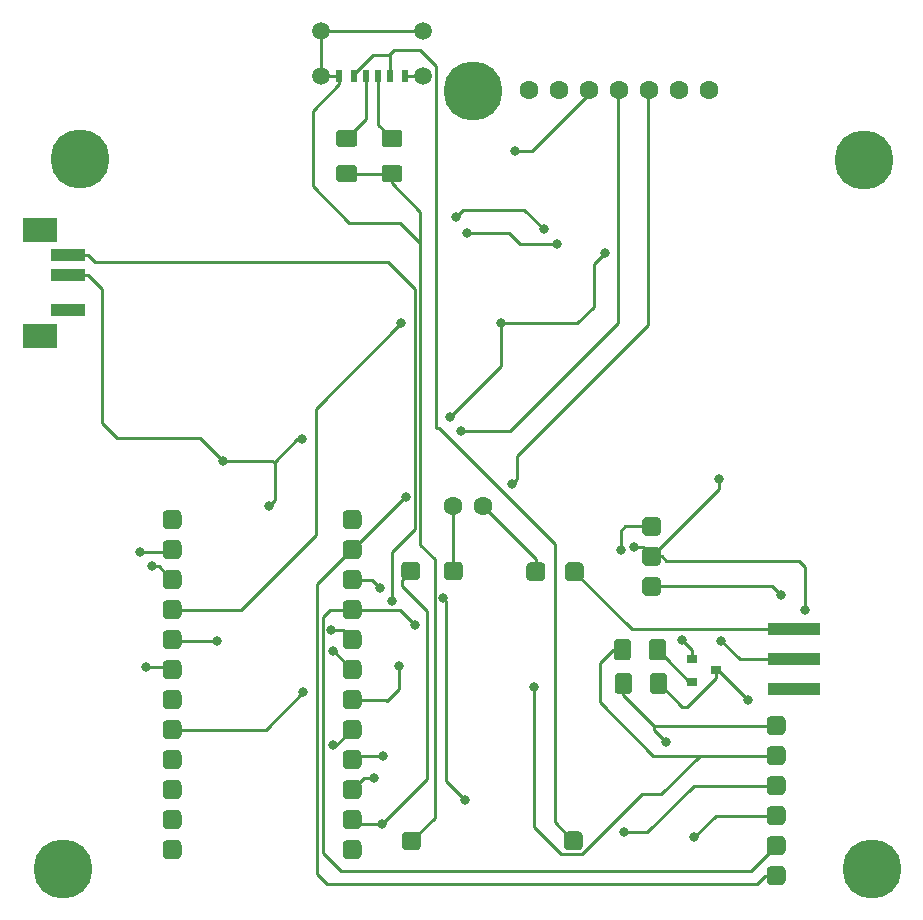
<source format=gbr>
G04 #@! TF.GenerationSoftware,KiCad,Pcbnew,5.0.2+dfsg1-1~bpo9+1*
G04 #@! TF.CreationDate,2021-01-26T10:03:55+00:00*
G04 #@! TF.ProjectId,ardubigboy,61726475-6269-4676-926f-792e6b696361,rev?*
G04 #@! TF.SameCoordinates,Original*
G04 #@! TF.FileFunction,Copper,L2,Bot*
G04 #@! TF.FilePolarity,Positive*
%FSLAX46Y46*%
G04 Gerber Fmt 4.6, Leading zero omitted, Abs format (unit mm)*
G04 Created by KiCad (PCBNEW 5.0.2+dfsg1-1~bpo9+1) date Tue 26 Jan 2021 10:03:55 GMT*
%MOMM*%
%LPD*%
G01*
G04 APERTURE LIST*
G04 #@! TA.AperFunction,SMDPad,CuDef*
%ADD10R,0.520000X1.000000*%
G04 #@! TD*
G04 #@! TA.AperFunction,SMDPad,CuDef*
%ADD11R,0.600000X1.000000*%
G04 #@! TD*
G04 #@! TA.AperFunction,ComponentPad*
%ADD12C,1.500000*%
G04 #@! TD*
G04 #@! TA.AperFunction,ComponentPad*
%ADD13C,1.600000*%
G04 #@! TD*
G04 #@! TA.AperFunction,Conductor*
%ADD14C,0.100000*%
G04 #@! TD*
G04 #@! TA.AperFunction,SMDPad,CuDef*
%ADD15C,1.600000*%
G04 #@! TD*
G04 #@! TA.AperFunction,SMDPad,CuDef*
%ADD16C,1.425000*%
G04 #@! TD*
G04 #@! TA.AperFunction,ConnectorPad*
%ADD17C,1.600000*%
G04 #@! TD*
G04 #@! TA.AperFunction,SMDPad,CuDef*
%ADD18R,4.500000X1.000000*%
G04 #@! TD*
G04 #@! TA.AperFunction,SMDPad,CuDef*
%ADD19R,0.900000X0.800000*%
G04 #@! TD*
G04 #@! TA.AperFunction,SMDPad,CuDef*
%ADD20R,3.000000X1.000000*%
G04 #@! TD*
G04 #@! TA.AperFunction,SMDPad,CuDef*
%ADD21R,3.000000X2.000000*%
G04 #@! TD*
G04 #@! TA.AperFunction,ComponentPad*
%ADD22C,5.000000*%
G04 #@! TD*
G04 #@! TA.AperFunction,ViaPad*
%ADD23C,0.800000*%
G04 #@! TD*
G04 #@! TA.AperFunction,Conductor*
%ADD24C,0.250000*%
G04 #@! TD*
G04 APERTURE END LIST*
D10*
G04 #@! TO.P,U13,3*
G04 #@! TO.N,Net-(R3-Pad1)*
X86038000Y-54360000D03*
G04 #@! TO.P,U13,4*
G04 #@! TO.N,Net-(R4-Pad1)*
X85022000Y-54360000D03*
G04 #@! TO.P,U13,2*
G04 #@! TO.N,Net-(U13-Pad2)*
X84006000Y-54360000D03*
X87054000Y-54360000D03*
D11*
G04 #@! TO.P,U13,1*
G04 #@! TO.N,Net-(R3-Pad2)*
X82774100Y-54360000D03*
X88285900Y-54360000D03*
D12*
X81212000Y-54360000D03*
X89848000Y-54360000D03*
X89848000Y-50562700D03*
X81212000Y-50562700D03*
G04 #@! TD*
D13*
G04 #@! TO.P,U5,1*
G04 #@! TO.N,Net-(SW1-Pad2)*
X114020000Y-55590000D03*
G04 #@! TO.P,U5,2*
G04 #@! TO.N,Net-(R2-Pad1)*
X111480000Y-55590000D03*
G04 #@! TO.P,U5,3*
G04 #@! TO.N,Net-(U2-Pad5)*
X108940000Y-55590000D03*
G04 #@! TO.P,U5,4*
G04 #@! TO.N,Net-(U2-Pad6)*
X106400000Y-55590000D03*
G04 #@! TO.P,U5,5*
G04 #@! TO.N,Net-(U3-Pad9)*
X103860000Y-55590000D03*
G04 #@! TO.P,U5,6*
G04 #@! TO.N,Net-(U3-Pad7)*
X101320000Y-55590000D03*
G04 #@! TO.P,U5,7*
G04 #@! TO.N,Net-(R2-Pad2)*
X98780000Y-55590000D03*
G04 #@! TD*
D14*
G04 #@! TO.N,Net-(U2-Pad3)*
G04 #@! TO.C,U2*
G36*
X120179207Y-113671926D02*
X120218036Y-113677686D01*
X120256114Y-113687224D01*
X120293073Y-113700448D01*
X120328559Y-113717231D01*
X120362228Y-113737412D01*
X120393757Y-113760796D01*
X120422843Y-113787157D01*
X120449204Y-113816243D01*
X120472588Y-113847772D01*
X120492769Y-113881441D01*
X120509552Y-113916927D01*
X120522776Y-113953886D01*
X120532314Y-113991964D01*
X120538074Y-114030793D01*
X120540000Y-114070000D01*
X120540000Y-114870000D01*
X120538074Y-114909207D01*
X120532314Y-114948036D01*
X120522776Y-114986114D01*
X120509552Y-115023073D01*
X120492769Y-115058559D01*
X120472588Y-115092228D01*
X120449204Y-115123757D01*
X120422843Y-115152843D01*
X120393757Y-115179204D01*
X120362228Y-115202588D01*
X120328559Y-115222769D01*
X120293073Y-115239552D01*
X120256114Y-115252776D01*
X120218036Y-115262314D01*
X120179207Y-115268074D01*
X120140000Y-115270000D01*
X119340000Y-115270000D01*
X119300793Y-115268074D01*
X119261964Y-115262314D01*
X119223886Y-115252776D01*
X119186927Y-115239552D01*
X119151441Y-115222769D01*
X119117772Y-115202588D01*
X119086243Y-115179204D01*
X119057157Y-115152843D01*
X119030796Y-115123757D01*
X119007412Y-115092228D01*
X118987231Y-115058559D01*
X118970448Y-115023073D01*
X118957224Y-114986114D01*
X118947686Y-114948036D01*
X118941926Y-114909207D01*
X118940000Y-114870000D01*
X118940000Y-114070000D01*
X118941926Y-114030793D01*
X118947686Y-113991964D01*
X118957224Y-113953886D01*
X118970448Y-113916927D01*
X118987231Y-113881441D01*
X119007412Y-113847772D01*
X119030796Y-113816243D01*
X119057157Y-113787157D01*
X119086243Y-113760796D01*
X119117772Y-113737412D01*
X119151441Y-113717231D01*
X119186927Y-113700448D01*
X119223886Y-113687224D01*
X119261964Y-113677686D01*
X119300793Y-113671926D01*
X119340000Y-113670000D01*
X120140000Y-113670000D01*
X120179207Y-113671926D01*
X120179207Y-113671926D01*
G37*
D15*
G04 #@! TD*
G04 #@! TO.P,U2,3*
G04 #@! TO.N,Net-(U2-Pad3)*
X119740000Y-114470000D03*
D14*
G04 #@! TO.N,Net-(SW1-Pad2)*
G04 #@! TO.C,U2*
G36*
X120179207Y-116211926D02*
X120218036Y-116217686D01*
X120256114Y-116227224D01*
X120293073Y-116240448D01*
X120328559Y-116257231D01*
X120362228Y-116277412D01*
X120393757Y-116300796D01*
X120422843Y-116327157D01*
X120449204Y-116356243D01*
X120472588Y-116387772D01*
X120492769Y-116421441D01*
X120509552Y-116456927D01*
X120522776Y-116493886D01*
X120532314Y-116531964D01*
X120538074Y-116570793D01*
X120540000Y-116610000D01*
X120540000Y-117410000D01*
X120538074Y-117449207D01*
X120532314Y-117488036D01*
X120522776Y-117526114D01*
X120509552Y-117563073D01*
X120492769Y-117598559D01*
X120472588Y-117632228D01*
X120449204Y-117663757D01*
X120422843Y-117692843D01*
X120393757Y-117719204D01*
X120362228Y-117742588D01*
X120328559Y-117762769D01*
X120293073Y-117779552D01*
X120256114Y-117792776D01*
X120218036Y-117802314D01*
X120179207Y-117808074D01*
X120140000Y-117810000D01*
X119340000Y-117810000D01*
X119300793Y-117808074D01*
X119261964Y-117802314D01*
X119223886Y-117792776D01*
X119186927Y-117779552D01*
X119151441Y-117762769D01*
X119117772Y-117742588D01*
X119086243Y-117719204D01*
X119057157Y-117692843D01*
X119030796Y-117663757D01*
X119007412Y-117632228D01*
X118987231Y-117598559D01*
X118970448Y-117563073D01*
X118957224Y-117526114D01*
X118947686Y-117488036D01*
X118941926Y-117449207D01*
X118940000Y-117410000D01*
X118940000Y-116610000D01*
X118941926Y-116570793D01*
X118947686Y-116531964D01*
X118957224Y-116493886D01*
X118970448Y-116456927D01*
X118987231Y-116421441D01*
X119007412Y-116387772D01*
X119030796Y-116356243D01*
X119057157Y-116327157D01*
X119086243Y-116300796D01*
X119117772Y-116277412D01*
X119151441Y-116257231D01*
X119186927Y-116240448D01*
X119223886Y-116227224D01*
X119261964Y-116217686D01*
X119300793Y-116211926D01*
X119340000Y-116210000D01*
X120140000Y-116210000D01*
X120179207Y-116211926D01*
X120179207Y-116211926D01*
G37*
D15*
G04 #@! TD*
G04 #@! TO.P,U2,4*
G04 #@! TO.N,Net-(SW1-Pad2)*
X119740000Y-117010000D03*
D14*
G04 #@! TO.N,Net-(U2-Pad5)*
G04 #@! TO.C,U2*
G36*
X120179207Y-118751926D02*
X120218036Y-118757686D01*
X120256114Y-118767224D01*
X120293073Y-118780448D01*
X120328559Y-118797231D01*
X120362228Y-118817412D01*
X120393757Y-118840796D01*
X120422843Y-118867157D01*
X120449204Y-118896243D01*
X120472588Y-118927772D01*
X120492769Y-118961441D01*
X120509552Y-118996927D01*
X120522776Y-119033886D01*
X120532314Y-119071964D01*
X120538074Y-119110793D01*
X120540000Y-119150000D01*
X120540000Y-119950000D01*
X120538074Y-119989207D01*
X120532314Y-120028036D01*
X120522776Y-120066114D01*
X120509552Y-120103073D01*
X120492769Y-120138559D01*
X120472588Y-120172228D01*
X120449204Y-120203757D01*
X120422843Y-120232843D01*
X120393757Y-120259204D01*
X120362228Y-120282588D01*
X120328559Y-120302769D01*
X120293073Y-120319552D01*
X120256114Y-120332776D01*
X120218036Y-120342314D01*
X120179207Y-120348074D01*
X120140000Y-120350000D01*
X119340000Y-120350000D01*
X119300793Y-120348074D01*
X119261964Y-120342314D01*
X119223886Y-120332776D01*
X119186927Y-120319552D01*
X119151441Y-120302769D01*
X119117772Y-120282588D01*
X119086243Y-120259204D01*
X119057157Y-120232843D01*
X119030796Y-120203757D01*
X119007412Y-120172228D01*
X118987231Y-120138559D01*
X118970448Y-120103073D01*
X118957224Y-120066114D01*
X118947686Y-120028036D01*
X118941926Y-119989207D01*
X118940000Y-119950000D01*
X118940000Y-119150000D01*
X118941926Y-119110793D01*
X118947686Y-119071964D01*
X118957224Y-119033886D01*
X118970448Y-118996927D01*
X118987231Y-118961441D01*
X119007412Y-118927772D01*
X119030796Y-118896243D01*
X119057157Y-118867157D01*
X119086243Y-118840796D01*
X119117772Y-118817412D01*
X119151441Y-118797231D01*
X119186927Y-118780448D01*
X119223886Y-118767224D01*
X119261964Y-118757686D01*
X119300793Y-118751926D01*
X119340000Y-118750000D01*
X120140000Y-118750000D01*
X120179207Y-118751926D01*
X120179207Y-118751926D01*
G37*
D15*
G04 #@! TD*
G04 #@! TO.P,U2,5*
G04 #@! TO.N,Net-(U2-Pad5)*
X119740000Y-119550000D03*
D14*
G04 #@! TO.N,Net-(U2-Pad6)*
G04 #@! TO.C,U2*
G36*
X120179207Y-121291926D02*
X120218036Y-121297686D01*
X120256114Y-121307224D01*
X120293073Y-121320448D01*
X120328559Y-121337231D01*
X120362228Y-121357412D01*
X120393757Y-121380796D01*
X120422843Y-121407157D01*
X120449204Y-121436243D01*
X120472588Y-121467772D01*
X120492769Y-121501441D01*
X120509552Y-121536927D01*
X120522776Y-121573886D01*
X120532314Y-121611964D01*
X120538074Y-121650793D01*
X120540000Y-121690000D01*
X120540000Y-122490000D01*
X120538074Y-122529207D01*
X120532314Y-122568036D01*
X120522776Y-122606114D01*
X120509552Y-122643073D01*
X120492769Y-122678559D01*
X120472588Y-122712228D01*
X120449204Y-122743757D01*
X120422843Y-122772843D01*
X120393757Y-122799204D01*
X120362228Y-122822588D01*
X120328559Y-122842769D01*
X120293073Y-122859552D01*
X120256114Y-122872776D01*
X120218036Y-122882314D01*
X120179207Y-122888074D01*
X120140000Y-122890000D01*
X119340000Y-122890000D01*
X119300793Y-122888074D01*
X119261964Y-122882314D01*
X119223886Y-122872776D01*
X119186927Y-122859552D01*
X119151441Y-122842769D01*
X119117772Y-122822588D01*
X119086243Y-122799204D01*
X119057157Y-122772843D01*
X119030796Y-122743757D01*
X119007412Y-122712228D01*
X118987231Y-122678559D01*
X118970448Y-122643073D01*
X118957224Y-122606114D01*
X118947686Y-122568036D01*
X118941926Y-122529207D01*
X118940000Y-122490000D01*
X118940000Y-121690000D01*
X118941926Y-121650793D01*
X118947686Y-121611964D01*
X118957224Y-121573886D01*
X118970448Y-121536927D01*
X118987231Y-121501441D01*
X119007412Y-121467772D01*
X119030796Y-121436243D01*
X119057157Y-121407157D01*
X119086243Y-121380796D01*
X119117772Y-121357412D01*
X119151441Y-121337231D01*
X119186927Y-121320448D01*
X119223886Y-121307224D01*
X119261964Y-121297686D01*
X119300793Y-121291926D01*
X119340000Y-121290000D01*
X120140000Y-121290000D01*
X120179207Y-121291926D01*
X120179207Y-121291926D01*
G37*
D15*
G04 #@! TD*
G04 #@! TO.P,U2,6*
G04 #@! TO.N,Net-(U2-Pad6)*
X119740000Y-122090000D03*
D14*
G04 #@! TO.N,Net-(R1-Pad2)*
G04 #@! TO.C,U2*
G36*
X120179207Y-111131926D02*
X120218036Y-111137686D01*
X120256114Y-111147224D01*
X120293073Y-111160448D01*
X120328559Y-111177231D01*
X120362228Y-111197412D01*
X120393757Y-111220796D01*
X120422843Y-111247157D01*
X120449204Y-111276243D01*
X120472588Y-111307772D01*
X120492769Y-111341441D01*
X120509552Y-111376927D01*
X120522776Y-111413886D01*
X120532314Y-111451964D01*
X120538074Y-111490793D01*
X120540000Y-111530000D01*
X120540000Y-112330000D01*
X120538074Y-112369207D01*
X120532314Y-112408036D01*
X120522776Y-112446114D01*
X120509552Y-112483073D01*
X120492769Y-112518559D01*
X120472588Y-112552228D01*
X120449204Y-112583757D01*
X120422843Y-112612843D01*
X120393757Y-112639204D01*
X120362228Y-112662588D01*
X120328559Y-112682769D01*
X120293073Y-112699552D01*
X120256114Y-112712776D01*
X120218036Y-112722314D01*
X120179207Y-112728074D01*
X120140000Y-112730000D01*
X119340000Y-112730000D01*
X119300793Y-112728074D01*
X119261964Y-112722314D01*
X119223886Y-112712776D01*
X119186927Y-112699552D01*
X119151441Y-112682769D01*
X119117772Y-112662588D01*
X119086243Y-112639204D01*
X119057157Y-112612843D01*
X119030796Y-112583757D01*
X119007412Y-112552228D01*
X118987231Y-112518559D01*
X118970448Y-112483073D01*
X118957224Y-112446114D01*
X118947686Y-112408036D01*
X118941926Y-112369207D01*
X118940000Y-112330000D01*
X118940000Y-111530000D01*
X118941926Y-111490793D01*
X118947686Y-111451964D01*
X118957224Y-111413886D01*
X118970448Y-111376927D01*
X118987231Y-111341441D01*
X119007412Y-111307772D01*
X119030796Y-111276243D01*
X119057157Y-111247157D01*
X119086243Y-111220796D01*
X119117772Y-111197412D01*
X119151441Y-111177231D01*
X119186927Y-111160448D01*
X119223886Y-111147224D01*
X119261964Y-111137686D01*
X119300793Y-111131926D01*
X119340000Y-111130000D01*
X120140000Y-111130000D01*
X120179207Y-111131926D01*
X120179207Y-111131926D01*
G37*
D15*
G04 #@! TD*
G04 #@! TO.P,U2,2*
G04 #@! TO.N,Net-(R1-Pad2)*
X119740000Y-111930000D03*
D14*
G04 #@! TO.N,Net-(R2-Pad1)*
G04 #@! TO.C,U2*
G36*
X120179207Y-108591926D02*
X120218036Y-108597686D01*
X120256114Y-108607224D01*
X120293073Y-108620448D01*
X120328559Y-108637231D01*
X120362228Y-108657412D01*
X120393757Y-108680796D01*
X120422843Y-108707157D01*
X120449204Y-108736243D01*
X120472588Y-108767772D01*
X120492769Y-108801441D01*
X120509552Y-108836927D01*
X120522776Y-108873886D01*
X120532314Y-108911964D01*
X120538074Y-108950793D01*
X120540000Y-108990000D01*
X120540000Y-109790000D01*
X120538074Y-109829207D01*
X120532314Y-109868036D01*
X120522776Y-109906114D01*
X120509552Y-109943073D01*
X120492769Y-109978559D01*
X120472588Y-110012228D01*
X120449204Y-110043757D01*
X120422843Y-110072843D01*
X120393757Y-110099204D01*
X120362228Y-110122588D01*
X120328559Y-110142769D01*
X120293073Y-110159552D01*
X120256114Y-110172776D01*
X120218036Y-110182314D01*
X120179207Y-110188074D01*
X120140000Y-110190000D01*
X119340000Y-110190000D01*
X119300793Y-110188074D01*
X119261964Y-110182314D01*
X119223886Y-110172776D01*
X119186927Y-110159552D01*
X119151441Y-110142769D01*
X119117772Y-110122588D01*
X119086243Y-110099204D01*
X119057157Y-110072843D01*
X119030796Y-110043757D01*
X119007412Y-110012228D01*
X118987231Y-109978559D01*
X118970448Y-109943073D01*
X118957224Y-109906114D01*
X118947686Y-109868036D01*
X118941926Y-109829207D01*
X118940000Y-109790000D01*
X118940000Y-108990000D01*
X118941926Y-108950793D01*
X118947686Y-108911964D01*
X118957224Y-108873886D01*
X118970448Y-108836927D01*
X118987231Y-108801441D01*
X119007412Y-108767772D01*
X119030796Y-108736243D01*
X119057157Y-108707157D01*
X119086243Y-108680796D01*
X119117772Y-108657412D01*
X119151441Y-108637231D01*
X119186927Y-108620448D01*
X119223886Y-108607224D01*
X119261964Y-108597686D01*
X119300793Y-108591926D01*
X119340000Y-108590000D01*
X120140000Y-108590000D01*
X120179207Y-108591926D01*
X120179207Y-108591926D01*
G37*
D15*
G04 #@! TD*
G04 #@! TO.P,U2,1*
G04 #@! TO.N,Net-(R2-Pad1)*
X119740000Y-109390000D03*
D14*
G04 #@! TO.N,Net-(SW9-Pad2)*
G04 #@! TO.C,U4*
G36*
X109639207Y-91731926D02*
X109678036Y-91737686D01*
X109716114Y-91747224D01*
X109753073Y-91760448D01*
X109788559Y-91777231D01*
X109822228Y-91797412D01*
X109853757Y-91820796D01*
X109882843Y-91847157D01*
X109909204Y-91876243D01*
X109932588Y-91907772D01*
X109952769Y-91941441D01*
X109969552Y-91976927D01*
X109982776Y-92013886D01*
X109992314Y-92051964D01*
X109998074Y-92090793D01*
X110000000Y-92130000D01*
X110000000Y-92930000D01*
X109998074Y-92969207D01*
X109992314Y-93008036D01*
X109982776Y-93046114D01*
X109969552Y-93083073D01*
X109952769Y-93118559D01*
X109932588Y-93152228D01*
X109909204Y-93183757D01*
X109882843Y-93212843D01*
X109853757Y-93239204D01*
X109822228Y-93262588D01*
X109788559Y-93282769D01*
X109753073Y-93299552D01*
X109716114Y-93312776D01*
X109678036Y-93322314D01*
X109639207Y-93328074D01*
X109600000Y-93330000D01*
X108800000Y-93330000D01*
X108760793Y-93328074D01*
X108721964Y-93322314D01*
X108683886Y-93312776D01*
X108646927Y-93299552D01*
X108611441Y-93282769D01*
X108577772Y-93262588D01*
X108546243Y-93239204D01*
X108517157Y-93212843D01*
X108490796Y-93183757D01*
X108467412Y-93152228D01*
X108447231Y-93118559D01*
X108430448Y-93083073D01*
X108417224Y-93046114D01*
X108407686Y-93008036D01*
X108401926Y-92969207D01*
X108400000Y-92930000D01*
X108400000Y-92130000D01*
X108401926Y-92090793D01*
X108407686Y-92051964D01*
X108417224Y-92013886D01*
X108430448Y-91976927D01*
X108447231Y-91941441D01*
X108467412Y-91907772D01*
X108490796Y-91876243D01*
X108517157Y-91847157D01*
X108546243Y-91820796D01*
X108577772Y-91797412D01*
X108611441Y-91777231D01*
X108646927Y-91760448D01*
X108683886Y-91747224D01*
X108721964Y-91737686D01*
X108760793Y-91731926D01*
X108800000Y-91730000D01*
X109600000Y-91730000D01*
X109639207Y-91731926D01*
X109639207Y-91731926D01*
G37*
D15*
G04 #@! TD*
G04 #@! TO.P,U4,1*
G04 #@! TO.N,Net-(SW9-Pad2)*
X109200000Y-92530000D03*
D14*
G04 #@! TO.N,Net-(SW1-Pad2)*
G04 #@! TO.C,U4*
G36*
X109639207Y-94271926D02*
X109678036Y-94277686D01*
X109716114Y-94287224D01*
X109753073Y-94300448D01*
X109788559Y-94317231D01*
X109822228Y-94337412D01*
X109853757Y-94360796D01*
X109882843Y-94387157D01*
X109909204Y-94416243D01*
X109932588Y-94447772D01*
X109952769Y-94481441D01*
X109969552Y-94516927D01*
X109982776Y-94553886D01*
X109992314Y-94591964D01*
X109998074Y-94630793D01*
X110000000Y-94670000D01*
X110000000Y-95470000D01*
X109998074Y-95509207D01*
X109992314Y-95548036D01*
X109982776Y-95586114D01*
X109969552Y-95623073D01*
X109952769Y-95658559D01*
X109932588Y-95692228D01*
X109909204Y-95723757D01*
X109882843Y-95752843D01*
X109853757Y-95779204D01*
X109822228Y-95802588D01*
X109788559Y-95822769D01*
X109753073Y-95839552D01*
X109716114Y-95852776D01*
X109678036Y-95862314D01*
X109639207Y-95868074D01*
X109600000Y-95870000D01*
X108800000Y-95870000D01*
X108760793Y-95868074D01*
X108721964Y-95862314D01*
X108683886Y-95852776D01*
X108646927Y-95839552D01*
X108611441Y-95822769D01*
X108577772Y-95802588D01*
X108546243Y-95779204D01*
X108517157Y-95752843D01*
X108490796Y-95723757D01*
X108467412Y-95692228D01*
X108447231Y-95658559D01*
X108430448Y-95623073D01*
X108417224Y-95586114D01*
X108407686Y-95548036D01*
X108401926Y-95509207D01*
X108400000Y-95470000D01*
X108400000Y-94670000D01*
X108401926Y-94630793D01*
X108407686Y-94591964D01*
X108417224Y-94553886D01*
X108430448Y-94516927D01*
X108447231Y-94481441D01*
X108467412Y-94447772D01*
X108490796Y-94416243D01*
X108517157Y-94387157D01*
X108546243Y-94360796D01*
X108577772Y-94337412D01*
X108611441Y-94317231D01*
X108646927Y-94300448D01*
X108683886Y-94287224D01*
X108721964Y-94277686D01*
X108760793Y-94271926D01*
X108800000Y-94270000D01*
X109600000Y-94270000D01*
X109639207Y-94271926D01*
X109639207Y-94271926D01*
G37*
D15*
G04 #@! TD*
G04 #@! TO.P,U4,2*
G04 #@! TO.N,Net-(SW1-Pad2)*
X109200000Y-95070000D03*
D14*
G04 #@! TO.N,Net-(R2-Pad1)*
G04 #@! TO.C,U4*
G36*
X109639207Y-96811926D02*
X109678036Y-96817686D01*
X109716114Y-96827224D01*
X109753073Y-96840448D01*
X109788559Y-96857231D01*
X109822228Y-96877412D01*
X109853757Y-96900796D01*
X109882843Y-96927157D01*
X109909204Y-96956243D01*
X109932588Y-96987772D01*
X109952769Y-97021441D01*
X109969552Y-97056927D01*
X109982776Y-97093886D01*
X109992314Y-97131964D01*
X109998074Y-97170793D01*
X110000000Y-97210000D01*
X110000000Y-98010000D01*
X109998074Y-98049207D01*
X109992314Y-98088036D01*
X109982776Y-98126114D01*
X109969552Y-98163073D01*
X109952769Y-98198559D01*
X109932588Y-98232228D01*
X109909204Y-98263757D01*
X109882843Y-98292843D01*
X109853757Y-98319204D01*
X109822228Y-98342588D01*
X109788559Y-98362769D01*
X109753073Y-98379552D01*
X109716114Y-98392776D01*
X109678036Y-98402314D01*
X109639207Y-98408074D01*
X109600000Y-98410000D01*
X108800000Y-98410000D01*
X108760793Y-98408074D01*
X108721964Y-98402314D01*
X108683886Y-98392776D01*
X108646927Y-98379552D01*
X108611441Y-98362769D01*
X108577772Y-98342588D01*
X108546243Y-98319204D01*
X108517157Y-98292843D01*
X108490796Y-98263757D01*
X108467412Y-98232228D01*
X108447231Y-98198559D01*
X108430448Y-98163073D01*
X108417224Y-98126114D01*
X108407686Y-98088036D01*
X108401926Y-98049207D01*
X108400000Y-98010000D01*
X108400000Y-97210000D01*
X108401926Y-97170793D01*
X108407686Y-97131964D01*
X108417224Y-97093886D01*
X108430448Y-97056927D01*
X108447231Y-97021441D01*
X108467412Y-96987772D01*
X108490796Y-96956243D01*
X108517157Y-96927157D01*
X108546243Y-96900796D01*
X108577772Y-96877412D01*
X108611441Y-96857231D01*
X108646927Y-96840448D01*
X108683886Y-96827224D01*
X108721964Y-96817686D01*
X108760793Y-96811926D01*
X108800000Y-96810000D01*
X109600000Y-96810000D01*
X109639207Y-96811926D01*
X109639207Y-96811926D01*
G37*
D15*
G04 #@! TD*
G04 #@! TO.P,U4,3*
G04 #@! TO.N,Net-(R2-Pad1)*
X109200000Y-97610000D03*
D14*
G04 #@! TO.N,Net-(R1-Pad1)*
G04 #@! TO.C,R1*
G36*
X110187004Y-102096204D02*
X110211273Y-102099804D01*
X110235071Y-102105765D01*
X110258171Y-102114030D01*
X110280349Y-102124520D01*
X110301393Y-102137133D01*
X110321098Y-102151747D01*
X110339277Y-102168223D01*
X110355753Y-102186402D01*
X110370367Y-102206107D01*
X110382980Y-102227151D01*
X110393470Y-102249329D01*
X110401735Y-102272429D01*
X110407696Y-102296227D01*
X110411296Y-102320496D01*
X110412500Y-102345000D01*
X110412500Y-103595000D01*
X110411296Y-103619504D01*
X110407696Y-103643773D01*
X110401735Y-103667571D01*
X110393470Y-103690671D01*
X110382980Y-103712849D01*
X110370367Y-103733893D01*
X110355753Y-103753598D01*
X110339277Y-103771777D01*
X110321098Y-103788253D01*
X110301393Y-103802867D01*
X110280349Y-103815480D01*
X110258171Y-103825970D01*
X110235071Y-103834235D01*
X110211273Y-103840196D01*
X110187004Y-103843796D01*
X110162500Y-103845000D01*
X109237500Y-103845000D01*
X109212996Y-103843796D01*
X109188727Y-103840196D01*
X109164929Y-103834235D01*
X109141829Y-103825970D01*
X109119651Y-103815480D01*
X109098607Y-103802867D01*
X109078902Y-103788253D01*
X109060723Y-103771777D01*
X109044247Y-103753598D01*
X109029633Y-103733893D01*
X109017020Y-103712849D01*
X109006530Y-103690671D01*
X108998265Y-103667571D01*
X108992304Y-103643773D01*
X108988704Y-103619504D01*
X108987500Y-103595000D01*
X108987500Y-102345000D01*
X108988704Y-102320496D01*
X108992304Y-102296227D01*
X108998265Y-102272429D01*
X109006530Y-102249329D01*
X109017020Y-102227151D01*
X109029633Y-102206107D01*
X109044247Y-102186402D01*
X109060723Y-102168223D01*
X109078902Y-102151747D01*
X109098607Y-102137133D01*
X109119651Y-102124520D01*
X109141829Y-102114030D01*
X109164929Y-102105765D01*
X109188727Y-102099804D01*
X109212996Y-102096204D01*
X109237500Y-102095000D01*
X110162500Y-102095000D01*
X110187004Y-102096204D01*
X110187004Y-102096204D01*
G37*
D16*
G04 #@! TD*
G04 #@! TO.P,R1,1*
G04 #@! TO.N,Net-(R1-Pad1)*
X109700000Y-102970000D03*
D14*
G04 #@! TO.N,Net-(R1-Pad2)*
G04 #@! TO.C,R1*
G36*
X107212004Y-102096204D02*
X107236273Y-102099804D01*
X107260071Y-102105765D01*
X107283171Y-102114030D01*
X107305349Y-102124520D01*
X107326393Y-102137133D01*
X107346098Y-102151747D01*
X107364277Y-102168223D01*
X107380753Y-102186402D01*
X107395367Y-102206107D01*
X107407980Y-102227151D01*
X107418470Y-102249329D01*
X107426735Y-102272429D01*
X107432696Y-102296227D01*
X107436296Y-102320496D01*
X107437500Y-102345000D01*
X107437500Y-103595000D01*
X107436296Y-103619504D01*
X107432696Y-103643773D01*
X107426735Y-103667571D01*
X107418470Y-103690671D01*
X107407980Y-103712849D01*
X107395367Y-103733893D01*
X107380753Y-103753598D01*
X107364277Y-103771777D01*
X107346098Y-103788253D01*
X107326393Y-103802867D01*
X107305349Y-103815480D01*
X107283171Y-103825970D01*
X107260071Y-103834235D01*
X107236273Y-103840196D01*
X107212004Y-103843796D01*
X107187500Y-103845000D01*
X106262500Y-103845000D01*
X106237996Y-103843796D01*
X106213727Y-103840196D01*
X106189929Y-103834235D01*
X106166829Y-103825970D01*
X106144651Y-103815480D01*
X106123607Y-103802867D01*
X106103902Y-103788253D01*
X106085723Y-103771777D01*
X106069247Y-103753598D01*
X106054633Y-103733893D01*
X106042020Y-103712849D01*
X106031530Y-103690671D01*
X106023265Y-103667571D01*
X106017304Y-103643773D01*
X106013704Y-103619504D01*
X106012500Y-103595000D01*
X106012500Y-102345000D01*
X106013704Y-102320496D01*
X106017304Y-102296227D01*
X106023265Y-102272429D01*
X106031530Y-102249329D01*
X106042020Y-102227151D01*
X106054633Y-102206107D01*
X106069247Y-102186402D01*
X106085723Y-102168223D01*
X106103902Y-102151747D01*
X106123607Y-102137133D01*
X106144651Y-102124520D01*
X106166829Y-102114030D01*
X106189929Y-102105765D01*
X106213727Y-102099804D01*
X106237996Y-102096204D01*
X106262500Y-102095000D01*
X107187500Y-102095000D01*
X107212004Y-102096204D01*
X107212004Y-102096204D01*
G37*
D16*
G04 #@! TD*
G04 #@! TO.P,R1,2*
G04 #@! TO.N,Net-(R1-Pad2)*
X106725000Y-102970000D03*
D14*
G04 #@! TO.N,Net-(R2-Pad2)*
G04 #@! TO.C,R2*
G36*
X110277004Y-104956204D02*
X110301273Y-104959804D01*
X110325071Y-104965765D01*
X110348171Y-104974030D01*
X110370349Y-104984520D01*
X110391393Y-104997133D01*
X110411098Y-105011747D01*
X110429277Y-105028223D01*
X110445753Y-105046402D01*
X110460367Y-105066107D01*
X110472980Y-105087151D01*
X110483470Y-105109329D01*
X110491735Y-105132429D01*
X110497696Y-105156227D01*
X110501296Y-105180496D01*
X110502500Y-105205000D01*
X110502500Y-106455000D01*
X110501296Y-106479504D01*
X110497696Y-106503773D01*
X110491735Y-106527571D01*
X110483470Y-106550671D01*
X110472980Y-106572849D01*
X110460367Y-106593893D01*
X110445753Y-106613598D01*
X110429277Y-106631777D01*
X110411098Y-106648253D01*
X110391393Y-106662867D01*
X110370349Y-106675480D01*
X110348171Y-106685970D01*
X110325071Y-106694235D01*
X110301273Y-106700196D01*
X110277004Y-106703796D01*
X110252500Y-106705000D01*
X109327500Y-106705000D01*
X109302996Y-106703796D01*
X109278727Y-106700196D01*
X109254929Y-106694235D01*
X109231829Y-106685970D01*
X109209651Y-106675480D01*
X109188607Y-106662867D01*
X109168902Y-106648253D01*
X109150723Y-106631777D01*
X109134247Y-106613598D01*
X109119633Y-106593893D01*
X109107020Y-106572849D01*
X109096530Y-106550671D01*
X109088265Y-106527571D01*
X109082304Y-106503773D01*
X109078704Y-106479504D01*
X109077500Y-106455000D01*
X109077500Y-105205000D01*
X109078704Y-105180496D01*
X109082304Y-105156227D01*
X109088265Y-105132429D01*
X109096530Y-105109329D01*
X109107020Y-105087151D01*
X109119633Y-105066107D01*
X109134247Y-105046402D01*
X109150723Y-105028223D01*
X109168902Y-105011747D01*
X109188607Y-104997133D01*
X109209651Y-104984520D01*
X109231829Y-104974030D01*
X109254929Y-104965765D01*
X109278727Y-104959804D01*
X109302996Y-104956204D01*
X109327500Y-104955000D01*
X110252500Y-104955000D01*
X110277004Y-104956204D01*
X110277004Y-104956204D01*
G37*
D16*
G04 #@! TD*
G04 #@! TO.P,R2,2*
G04 #@! TO.N,Net-(R2-Pad2)*
X109790000Y-105830000D03*
D14*
G04 #@! TO.N,Net-(R2-Pad1)*
G04 #@! TO.C,R2*
G36*
X107302004Y-104956204D02*
X107326273Y-104959804D01*
X107350071Y-104965765D01*
X107373171Y-104974030D01*
X107395349Y-104984520D01*
X107416393Y-104997133D01*
X107436098Y-105011747D01*
X107454277Y-105028223D01*
X107470753Y-105046402D01*
X107485367Y-105066107D01*
X107497980Y-105087151D01*
X107508470Y-105109329D01*
X107516735Y-105132429D01*
X107522696Y-105156227D01*
X107526296Y-105180496D01*
X107527500Y-105205000D01*
X107527500Y-106455000D01*
X107526296Y-106479504D01*
X107522696Y-106503773D01*
X107516735Y-106527571D01*
X107508470Y-106550671D01*
X107497980Y-106572849D01*
X107485367Y-106593893D01*
X107470753Y-106613598D01*
X107454277Y-106631777D01*
X107436098Y-106648253D01*
X107416393Y-106662867D01*
X107395349Y-106675480D01*
X107373171Y-106685970D01*
X107350071Y-106694235D01*
X107326273Y-106700196D01*
X107302004Y-106703796D01*
X107277500Y-106705000D01*
X106352500Y-106705000D01*
X106327996Y-106703796D01*
X106303727Y-106700196D01*
X106279929Y-106694235D01*
X106256829Y-106685970D01*
X106234651Y-106675480D01*
X106213607Y-106662867D01*
X106193902Y-106648253D01*
X106175723Y-106631777D01*
X106159247Y-106613598D01*
X106144633Y-106593893D01*
X106132020Y-106572849D01*
X106121530Y-106550671D01*
X106113265Y-106527571D01*
X106107304Y-106503773D01*
X106103704Y-106479504D01*
X106102500Y-106455000D01*
X106102500Y-105205000D01*
X106103704Y-105180496D01*
X106107304Y-105156227D01*
X106113265Y-105132429D01*
X106121530Y-105109329D01*
X106132020Y-105087151D01*
X106144633Y-105066107D01*
X106159247Y-105046402D01*
X106175723Y-105028223D01*
X106193902Y-105011747D01*
X106213607Y-104997133D01*
X106234651Y-104984520D01*
X106256829Y-104974030D01*
X106279929Y-104965765D01*
X106303727Y-104959804D01*
X106327996Y-104956204D01*
X106352500Y-104955000D01*
X107277500Y-104955000D01*
X107302004Y-104956204D01*
X107302004Y-104956204D01*
G37*
D16*
G04 #@! TD*
G04 #@! TO.P,R2,1*
G04 #@! TO.N,Net-(R2-Pad1)*
X106815000Y-105830000D03*
D14*
G04 #@! TO.N,Net-(U3-Pad1)*
G04 #@! TO.C,U3*
G36*
X69039207Y-119091926D02*
X69078036Y-119097686D01*
X69116114Y-119107224D01*
X69153073Y-119120448D01*
X69188559Y-119137231D01*
X69222228Y-119157412D01*
X69253757Y-119180796D01*
X69282843Y-119207157D01*
X69309204Y-119236243D01*
X69332588Y-119267772D01*
X69352769Y-119301441D01*
X69369552Y-119336927D01*
X69382776Y-119373886D01*
X69392314Y-119411964D01*
X69398074Y-119450793D01*
X69400000Y-119490000D01*
X69400000Y-120290000D01*
X69398074Y-120329207D01*
X69392314Y-120368036D01*
X69382776Y-120406114D01*
X69369552Y-120443073D01*
X69352769Y-120478559D01*
X69332588Y-120512228D01*
X69309204Y-120543757D01*
X69282843Y-120572843D01*
X69253757Y-120599204D01*
X69222228Y-120622588D01*
X69188559Y-120642769D01*
X69153073Y-120659552D01*
X69116114Y-120672776D01*
X69078036Y-120682314D01*
X69039207Y-120688074D01*
X69000000Y-120690000D01*
X68200000Y-120690000D01*
X68160793Y-120688074D01*
X68121964Y-120682314D01*
X68083886Y-120672776D01*
X68046927Y-120659552D01*
X68011441Y-120642769D01*
X67977772Y-120622588D01*
X67946243Y-120599204D01*
X67917157Y-120572843D01*
X67890796Y-120543757D01*
X67867412Y-120512228D01*
X67847231Y-120478559D01*
X67830448Y-120443073D01*
X67817224Y-120406114D01*
X67807686Y-120368036D01*
X67801926Y-120329207D01*
X67800000Y-120290000D01*
X67800000Y-119490000D01*
X67801926Y-119450793D01*
X67807686Y-119411964D01*
X67817224Y-119373886D01*
X67830448Y-119336927D01*
X67847231Y-119301441D01*
X67867412Y-119267772D01*
X67890796Y-119236243D01*
X67917157Y-119207157D01*
X67946243Y-119180796D01*
X67977772Y-119157412D01*
X68011441Y-119137231D01*
X68046927Y-119120448D01*
X68083886Y-119107224D01*
X68121964Y-119097686D01*
X68160793Y-119091926D01*
X68200000Y-119090000D01*
X69000000Y-119090000D01*
X69039207Y-119091926D01*
X69039207Y-119091926D01*
G37*
D15*
G04 #@! TD*
G04 #@! TO.P,U3,1*
G04 #@! TO.N,Net-(U3-Pad1)*
X68600000Y-119890000D03*
D14*
G04 #@! TO.N,Net-(U3-Pad2)*
G04 #@! TO.C,U3*
G36*
X69039207Y-116551926D02*
X69078036Y-116557686D01*
X69116114Y-116567224D01*
X69153073Y-116580448D01*
X69188559Y-116597231D01*
X69222228Y-116617412D01*
X69253757Y-116640796D01*
X69282843Y-116667157D01*
X69309204Y-116696243D01*
X69332588Y-116727772D01*
X69352769Y-116761441D01*
X69369552Y-116796927D01*
X69382776Y-116833886D01*
X69392314Y-116871964D01*
X69398074Y-116910793D01*
X69400000Y-116950000D01*
X69400000Y-117750000D01*
X69398074Y-117789207D01*
X69392314Y-117828036D01*
X69382776Y-117866114D01*
X69369552Y-117903073D01*
X69352769Y-117938559D01*
X69332588Y-117972228D01*
X69309204Y-118003757D01*
X69282843Y-118032843D01*
X69253757Y-118059204D01*
X69222228Y-118082588D01*
X69188559Y-118102769D01*
X69153073Y-118119552D01*
X69116114Y-118132776D01*
X69078036Y-118142314D01*
X69039207Y-118148074D01*
X69000000Y-118150000D01*
X68200000Y-118150000D01*
X68160793Y-118148074D01*
X68121964Y-118142314D01*
X68083886Y-118132776D01*
X68046927Y-118119552D01*
X68011441Y-118102769D01*
X67977772Y-118082588D01*
X67946243Y-118059204D01*
X67917157Y-118032843D01*
X67890796Y-118003757D01*
X67867412Y-117972228D01*
X67847231Y-117938559D01*
X67830448Y-117903073D01*
X67817224Y-117866114D01*
X67807686Y-117828036D01*
X67801926Y-117789207D01*
X67800000Y-117750000D01*
X67800000Y-116950000D01*
X67801926Y-116910793D01*
X67807686Y-116871964D01*
X67817224Y-116833886D01*
X67830448Y-116796927D01*
X67847231Y-116761441D01*
X67867412Y-116727772D01*
X67890796Y-116696243D01*
X67917157Y-116667157D01*
X67946243Y-116640796D01*
X67977772Y-116617412D01*
X68011441Y-116597231D01*
X68046927Y-116580448D01*
X68083886Y-116567224D01*
X68121964Y-116557686D01*
X68160793Y-116551926D01*
X68200000Y-116550000D01*
X69000000Y-116550000D01*
X69039207Y-116551926D01*
X69039207Y-116551926D01*
G37*
D15*
G04 #@! TD*
G04 #@! TO.P,U3,2*
G04 #@! TO.N,Net-(U3-Pad2)*
X68600000Y-117350000D03*
D14*
G04 #@! TO.N,Net-(U3-Pad3)*
G04 #@! TO.C,U3*
G36*
X69039207Y-114011926D02*
X69078036Y-114017686D01*
X69116114Y-114027224D01*
X69153073Y-114040448D01*
X69188559Y-114057231D01*
X69222228Y-114077412D01*
X69253757Y-114100796D01*
X69282843Y-114127157D01*
X69309204Y-114156243D01*
X69332588Y-114187772D01*
X69352769Y-114221441D01*
X69369552Y-114256927D01*
X69382776Y-114293886D01*
X69392314Y-114331964D01*
X69398074Y-114370793D01*
X69400000Y-114410000D01*
X69400000Y-115210000D01*
X69398074Y-115249207D01*
X69392314Y-115288036D01*
X69382776Y-115326114D01*
X69369552Y-115363073D01*
X69352769Y-115398559D01*
X69332588Y-115432228D01*
X69309204Y-115463757D01*
X69282843Y-115492843D01*
X69253757Y-115519204D01*
X69222228Y-115542588D01*
X69188559Y-115562769D01*
X69153073Y-115579552D01*
X69116114Y-115592776D01*
X69078036Y-115602314D01*
X69039207Y-115608074D01*
X69000000Y-115610000D01*
X68200000Y-115610000D01*
X68160793Y-115608074D01*
X68121964Y-115602314D01*
X68083886Y-115592776D01*
X68046927Y-115579552D01*
X68011441Y-115562769D01*
X67977772Y-115542588D01*
X67946243Y-115519204D01*
X67917157Y-115492843D01*
X67890796Y-115463757D01*
X67867412Y-115432228D01*
X67847231Y-115398559D01*
X67830448Y-115363073D01*
X67817224Y-115326114D01*
X67807686Y-115288036D01*
X67801926Y-115249207D01*
X67800000Y-115210000D01*
X67800000Y-114410000D01*
X67801926Y-114370793D01*
X67807686Y-114331964D01*
X67817224Y-114293886D01*
X67830448Y-114256927D01*
X67847231Y-114221441D01*
X67867412Y-114187772D01*
X67890796Y-114156243D01*
X67917157Y-114127157D01*
X67946243Y-114100796D01*
X67977772Y-114077412D01*
X68011441Y-114057231D01*
X68046927Y-114040448D01*
X68083886Y-114027224D01*
X68121964Y-114017686D01*
X68160793Y-114011926D01*
X68200000Y-114010000D01*
X69000000Y-114010000D01*
X69039207Y-114011926D01*
X69039207Y-114011926D01*
G37*
D15*
G04 #@! TD*
G04 #@! TO.P,U3,3*
G04 #@! TO.N,Net-(U3-Pad3)*
X68600000Y-114810000D03*
D14*
G04 #@! TO.N,Net-(U3-Pad4)*
G04 #@! TO.C,U3*
G36*
X69039207Y-111471926D02*
X69078036Y-111477686D01*
X69116114Y-111487224D01*
X69153073Y-111500448D01*
X69188559Y-111517231D01*
X69222228Y-111537412D01*
X69253757Y-111560796D01*
X69282843Y-111587157D01*
X69309204Y-111616243D01*
X69332588Y-111647772D01*
X69352769Y-111681441D01*
X69369552Y-111716927D01*
X69382776Y-111753886D01*
X69392314Y-111791964D01*
X69398074Y-111830793D01*
X69400000Y-111870000D01*
X69400000Y-112670000D01*
X69398074Y-112709207D01*
X69392314Y-112748036D01*
X69382776Y-112786114D01*
X69369552Y-112823073D01*
X69352769Y-112858559D01*
X69332588Y-112892228D01*
X69309204Y-112923757D01*
X69282843Y-112952843D01*
X69253757Y-112979204D01*
X69222228Y-113002588D01*
X69188559Y-113022769D01*
X69153073Y-113039552D01*
X69116114Y-113052776D01*
X69078036Y-113062314D01*
X69039207Y-113068074D01*
X69000000Y-113070000D01*
X68200000Y-113070000D01*
X68160793Y-113068074D01*
X68121964Y-113062314D01*
X68083886Y-113052776D01*
X68046927Y-113039552D01*
X68011441Y-113022769D01*
X67977772Y-113002588D01*
X67946243Y-112979204D01*
X67917157Y-112952843D01*
X67890796Y-112923757D01*
X67867412Y-112892228D01*
X67847231Y-112858559D01*
X67830448Y-112823073D01*
X67817224Y-112786114D01*
X67807686Y-112748036D01*
X67801926Y-112709207D01*
X67800000Y-112670000D01*
X67800000Y-111870000D01*
X67801926Y-111830793D01*
X67807686Y-111791964D01*
X67817224Y-111753886D01*
X67830448Y-111716927D01*
X67847231Y-111681441D01*
X67867412Y-111647772D01*
X67890796Y-111616243D01*
X67917157Y-111587157D01*
X67946243Y-111560796D01*
X67977772Y-111537412D01*
X68011441Y-111517231D01*
X68046927Y-111500448D01*
X68083886Y-111487224D01*
X68121964Y-111477686D01*
X68160793Y-111471926D01*
X68200000Y-111470000D01*
X69000000Y-111470000D01*
X69039207Y-111471926D01*
X69039207Y-111471926D01*
G37*
D15*
G04 #@! TD*
G04 #@! TO.P,U3,4*
G04 #@! TO.N,Net-(U3-Pad4)*
X68600000Y-112270000D03*
D14*
G04 #@! TO.N,Net-(R1-Pad2)*
G04 #@! TO.C,U3*
G36*
X69039207Y-108931926D02*
X69078036Y-108937686D01*
X69116114Y-108947224D01*
X69153073Y-108960448D01*
X69188559Y-108977231D01*
X69222228Y-108997412D01*
X69253757Y-109020796D01*
X69282843Y-109047157D01*
X69309204Y-109076243D01*
X69332588Y-109107772D01*
X69352769Y-109141441D01*
X69369552Y-109176927D01*
X69382776Y-109213886D01*
X69392314Y-109251964D01*
X69398074Y-109290793D01*
X69400000Y-109330000D01*
X69400000Y-110130000D01*
X69398074Y-110169207D01*
X69392314Y-110208036D01*
X69382776Y-110246114D01*
X69369552Y-110283073D01*
X69352769Y-110318559D01*
X69332588Y-110352228D01*
X69309204Y-110383757D01*
X69282843Y-110412843D01*
X69253757Y-110439204D01*
X69222228Y-110462588D01*
X69188559Y-110482769D01*
X69153073Y-110499552D01*
X69116114Y-110512776D01*
X69078036Y-110522314D01*
X69039207Y-110528074D01*
X69000000Y-110530000D01*
X68200000Y-110530000D01*
X68160793Y-110528074D01*
X68121964Y-110522314D01*
X68083886Y-110512776D01*
X68046927Y-110499552D01*
X68011441Y-110482769D01*
X67977772Y-110462588D01*
X67946243Y-110439204D01*
X67917157Y-110412843D01*
X67890796Y-110383757D01*
X67867412Y-110352228D01*
X67847231Y-110318559D01*
X67830448Y-110283073D01*
X67817224Y-110246114D01*
X67807686Y-110208036D01*
X67801926Y-110169207D01*
X67800000Y-110130000D01*
X67800000Y-109330000D01*
X67801926Y-109290793D01*
X67807686Y-109251964D01*
X67817224Y-109213886D01*
X67830448Y-109176927D01*
X67847231Y-109141441D01*
X67867412Y-109107772D01*
X67890796Y-109076243D01*
X67917157Y-109047157D01*
X67946243Y-109020796D01*
X67977772Y-108997412D01*
X68011441Y-108977231D01*
X68046927Y-108960448D01*
X68083886Y-108947224D01*
X68121964Y-108937686D01*
X68160793Y-108931926D01*
X68200000Y-108930000D01*
X69000000Y-108930000D01*
X69039207Y-108931926D01*
X69039207Y-108931926D01*
G37*
D15*
G04 #@! TD*
G04 #@! TO.P,U3,5*
G04 #@! TO.N,Net-(R1-Pad2)*
X68600000Y-109730000D03*
D14*
G04 #@! TO.N,Net-(U3-Pad6)*
G04 #@! TO.C,U3*
G36*
X69039207Y-106391926D02*
X69078036Y-106397686D01*
X69116114Y-106407224D01*
X69153073Y-106420448D01*
X69188559Y-106437231D01*
X69222228Y-106457412D01*
X69253757Y-106480796D01*
X69282843Y-106507157D01*
X69309204Y-106536243D01*
X69332588Y-106567772D01*
X69352769Y-106601441D01*
X69369552Y-106636927D01*
X69382776Y-106673886D01*
X69392314Y-106711964D01*
X69398074Y-106750793D01*
X69400000Y-106790000D01*
X69400000Y-107590000D01*
X69398074Y-107629207D01*
X69392314Y-107668036D01*
X69382776Y-107706114D01*
X69369552Y-107743073D01*
X69352769Y-107778559D01*
X69332588Y-107812228D01*
X69309204Y-107843757D01*
X69282843Y-107872843D01*
X69253757Y-107899204D01*
X69222228Y-107922588D01*
X69188559Y-107942769D01*
X69153073Y-107959552D01*
X69116114Y-107972776D01*
X69078036Y-107982314D01*
X69039207Y-107988074D01*
X69000000Y-107990000D01*
X68200000Y-107990000D01*
X68160793Y-107988074D01*
X68121964Y-107982314D01*
X68083886Y-107972776D01*
X68046927Y-107959552D01*
X68011441Y-107942769D01*
X67977772Y-107922588D01*
X67946243Y-107899204D01*
X67917157Y-107872843D01*
X67890796Y-107843757D01*
X67867412Y-107812228D01*
X67847231Y-107778559D01*
X67830448Y-107743073D01*
X67817224Y-107706114D01*
X67807686Y-107668036D01*
X67801926Y-107629207D01*
X67800000Y-107590000D01*
X67800000Y-106790000D01*
X67801926Y-106750793D01*
X67807686Y-106711964D01*
X67817224Y-106673886D01*
X67830448Y-106636927D01*
X67847231Y-106601441D01*
X67867412Y-106567772D01*
X67890796Y-106536243D01*
X67917157Y-106507157D01*
X67946243Y-106480796D01*
X67977772Y-106457412D01*
X68011441Y-106437231D01*
X68046927Y-106420448D01*
X68083886Y-106407224D01*
X68121964Y-106397686D01*
X68160793Y-106391926D01*
X68200000Y-106390000D01*
X69000000Y-106390000D01*
X69039207Y-106391926D01*
X69039207Y-106391926D01*
G37*
D15*
G04 #@! TD*
G04 #@! TO.P,U3,6*
G04 #@! TO.N,Net-(U3-Pad6)*
X68600000Y-107190000D03*
D14*
G04 #@! TO.N,Net-(U3-Pad7)*
G04 #@! TO.C,U3*
G36*
X69039207Y-103851926D02*
X69078036Y-103857686D01*
X69116114Y-103867224D01*
X69153073Y-103880448D01*
X69188559Y-103897231D01*
X69222228Y-103917412D01*
X69253757Y-103940796D01*
X69282843Y-103967157D01*
X69309204Y-103996243D01*
X69332588Y-104027772D01*
X69352769Y-104061441D01*
X69369552Y-104096927D01*
X69382776Y-104133886D01*
X69392314Y-104171964D01*
X69398074Y-104210793D01*
X69400000Y-104250000D01*
X69400000Y-105050000D01*
X69398074Y-105089207D01*
X69392314Y-105128036D01*
X69382776Y-105166114D01*
X69369552Y-105203073D01*
X69352769Y-105238559D01*
X69332588Y-105272228D01*
X69309204Y-105303757D01*
X69282843Y-105332843D01*
X69253757Y-105359204D01*
X69222228Y-105382588D01*
X69188559Y-105402769D01*
X69153073Y-105419552D01*
X69116114Y-105432776D01*
X69078036Y-105442314D01*
X69039207Y-105448074D01*
X69000000Y-105450000D01*
X68200000Y-105450000D01*
X68160793Y-105448074D01*
X68121964Y-105442314D01*
X68083886Y-105432776D01*
X68046927Y-105419552D01*
X68011441Y-105402769D01*
X67977772Y-105382588D01*
X67946243Y-105359204D01*
X67917157Y-105332843D01*
X67890796Y-105303757D01*
X67867412Y-105272228D01*
X67847231Y-105238559D01*
X67830448Y-105203073D01*
X67817224Y-105166114D01*
X67807686Y-105128036D01*
X67801926Y-105089207D01*
X67800000Y-105050000D01*
X67800000Y-104250000D01*
X67801926Y-104210793D01*
X67807686Y-104171964D01*
X67817224Y-104133886D01*
X67830448Y-104096927D01*
X67847231Y-104061441D01*
X67867412Y-104027772D01*
X67890796Y-103996243D01*
X67917157Y-103967157D01*
X67946243Y-103940796D01*
X67977772Y-103917412D01*
X68011441Y-103897231D01*
X68046927Y-103880448D01*
X68083886Y-103867224D01*
X68121964Y-103857686D01*
X68160793Y-103851926D01*
X68200000Y-103850000D01*
X69000000Y-103850000D01*
X69039207Y-103851926D01*
X69039207Y-103851926D01*
G37*
D15*
G04 #@! TD*
G04 #@! TO.P,U3,7*
G04 #@! TO.N,Net-(U3-Pad7)*
X68600000Y-104650000D03*
D14*
G04 #@! TO.N,Net-(LS1-Pad1)*
G04 #@! TO.C,U3*
G36*
X69039207Y-101311926D02*
X69078036Y-101317686D01*
X69116114Y-101327224D01*
X69153073Y-101340448D01*
X69188559Y-101357231D01*
X69222228Y-101377412D01*
X69253757Y-101400796D01*
X69282843Y-101427157D01*
X69309204Y-101456243D01*
X69332588Y-101487772D01*
X69352769Y-101521441D01*
X69369552Y-101556927D01*
X69382776Y-101593886D01*
X69392314Y-101631964D01*
X69398074Y-101670793D01*
X69400000Y-101710000D01*
X69400000Y-102510000D01*
X69398074Y-102549207D01*
X69392314Y-102588036D01*
X69382776Y-102626114D01*
X69369552Y-102663073D01*
X69352769Y-102698559D01*
X69332588Y-102732228D01*
X69309204Y-102763757D01*
X69282843Y-102792843D01*
X69253757Y-102819204D01*
X69222228Y-102842588D01*
X69188559Y-102862769D01*
X69153073Y-102879552D01*
X69116114Y-102892776D01*
X69078036Y-102902314D01*
X69039207Y-102908074D01*
X69000000Y-102910000D01*
X68200000Y-102910000D01*
X68160793Y-102908074D01*
X68121964Y-102902314D01*
X68083886Y-102892776D01*
X68046927Y-102879552D01*
X68011441Y-102862769D01*
X67977772Y-102842588D01*
X67946243Y-102819204D01*
X67917157Y-102792843D01*
X67890796Y-102763757D01*
X67867412Y-102732228D01*
X67847231Y-102698559D01*
X67830448Y-102663073D01*
X67817224Y-102626114D01*
X67807686Y-102588036D01*
X67801926Y-102549207D01*
X67800000Y-102510000D01*
X67800000Y-101710000D01*
X67801926Y-101670793D01*
X67807686Y-101631964D01*
X67817224Y-101593886D01*
X67830448Y-101556927D01*
X67847231Y-101521441D01*
X67867412Y-101487772D01*
X67890796Y-101456243D01*
X67917157Y-101427157D01*
X67946243Y-101400796D01*
X67977772Y-101377412D01*
X68011441Y-101357231D01*
X68046927Y-101340448D01*
X68083886Y-101327224D01*
X68121964Y-101317686D01*
X68160793Y-101311926D01*
X68200000Y-101310000D01*
X69000000Y-101310000D01*
X69039207Y-101311926D01*
X69039207Y-101311926D01*
G37*
D15*
G04 #@! TD*
G04 #@! TO.P,U3,8*
G04 #@! TO.N,Net-(LS1-Pad1)*
X68600000Y-102110000D03*
D14*
G04 #@! TO.N,Net-(U3-Pad9)*
G04 #@! TO.C,U3*
G36*
X69039207Y-98771926D02*
X69078036Y-98777686D01*
X69116114Y-98787224D01*
X69153073Y-98800448D01*
X69188559Y-98817231D01*
X69222228Y-98837412D01*
X69253757Y-98860796D01*
X69282843Y-98887157D01*
X69309204Y-98916243D01*
X69332588Y-98947772D01*
X69352769Y-98981441D01*
X69369552Y-99016927D01*
X69382776Y-99053886D01*
X69392314Y-99091964D01*
X69398074Y-99130793D01*
X69400000Y-99170000D01*
X69400000Y-99970000D01*
X69398074Y-100009207D01*
X69392314Y-100048036D01*
X69382776Y-100086114D01*
X69369552Y-100123073D01*
X69352769Y-100158559D01*
X69332588Y-100192228D01*
X69309204Y-100223757D01*
X69282843Y-100252843D01*
X69253757Y-100279204D01*
X69222228Y-100302588D01*
X69188559Y-100322769D01*
X69153073Y-100339552D01*
X69116114Y-100352776D01*
X69078036Y-100362314D01*
X69039207Y-100368074D01*
X69000000Y-100370000D01*
X68200000Y-100370000D01*
X68160793Y-100368074D01*
X68121964Y-100362314D01*
X68083886Y-100352776D01*
X68046927Y-100339552D01*
X68011441Y-100322769D01*
X67977772Y-100302588D01*
X67946243Y-100279204D01*
X67917157Y-100252843D01*
X67890796Y-100223757D01*
X67867412Y-100192228D01*
X67847231Y-100158559D01*
X67830448Y-100123073D01*
X67817224Y-100086114D01*
X67807686Y-100048036D01*
X67801926Y-100009207D01*
X67800000Y-99970000D01*
X67800000Y-99170000D01*
X67801926Y-99130793D01*
X67807686Y-99091964D01*
X67817224Y-99053886D01*
X67830448Y-99016927D01*
X67847231Y-98981441D01*
X67867412Y-98947772D01*
X67890796Y-98916243D01*
X67917157Y-98887157D01*
X67946243Y-98860796D01*
X67977772Y-98837412D01*
X68011441Y-98817231D01*
X68046927Y-98800448D01*
X68083886Y-98787224D01*
X68121964Y-98777686D01*
X68160793Y-98771926D01*
X68200000Y-98770000D01*
X69000000Y-98770000D01*
X69039207Y-98771926D01*
X69039207Y-98771926D01*
G37*
D15*
G04 #@! TD*
G04 #@! TO.P,U3,9*
G04 #@! TO.N,Net-(U3-Pad9)*
X68600000Y-99570000D03*
D14*
G04 #@! TO.N,Net-(SW7-Pad1)*
G04 #@! TO.C,U3*
G36*
X69039207Y-96231926D02*
X69078036Y-96237686D01*
X69116114Y-96247224D01*
X69153073Y-96260448D01*
X69188559Y-96277231D01*
X69222228Y-96297412D01*
X69253757Y-96320796D01*
X69282843Y-96347157D01*
X69309204Y-96376243D01*
X69332588Y-96407772D01*
X69352769Y-96441441D01*
X69369552Y-96476927D01*
X69382776Y-96513886D01*
X69392314Y-96551964D01*
X69398074Y-96590793D01*
X69400000Y-96630000D01*
X69400000Y-97430000D01*
X69398074Y-97469207D01*
X69392314Y-97508036D01*
X69382776Y-97546114D01*
X69369552Y-97583073D01*
X69352769Y-97618559D01*
X69332588Y-97652228D01*
X69309204Y-97683757D01*
X69282843Y-97712843D01*
X69253757Y-97739204D01*
X69222228Y-97762588D01*
X69188559Y-97782769D01*
X69153073Y-97799552D01*
X69116114Y-97812776D01*
X69078036Y-97822314D01*
X69039207Y-97828074D01*
X69000000Y-97830000D01*
X68200000Y-97830000D01*
X68160793Y-97828074D01*
X68121964Y-97822314D01*
X68083886Y-97812776D01*
X68046927Y-97799552D01*
X68011441Y-97782769D01*
X67977772Y-97762588D01*
X67946243Y-97739204D01*
X67917157Y-97712843D01*
X67890796Y-97683757D01*
X67867412Y-97652228D01*
X67847231Y-97618559D01*
X67830448Y-97583073D01*
X67817224Y-97546114D01*
X67807686Y-97508036D01*
X67801926Y-97469207D01*
X67800000Y-97430000D01*
X67800000Y-96630000D01*
X67801926Y-96590793D01*
X67807686Y-96551964D01*
X67817224Y-96513886D01*
X67830448Y-96476927D01*
X67847231Y-96441441D01*
X67867412Y-96407772D01*
X67890796Y-96376243D01*
X67917157Y-96347157D01*
X67946243Y-96320796D01*
X67977772Y-96297412D01*
X68011441Y-96277231D01*
X68046927Y-96260448D01*
X68083886Y-96247224D01*
X68121964Y-96237686D01*
X68160793Y-96231926D01*
X68200000Y-96230000D01*
X69000000Y-96230000D01*
X69039207Y-96231926D01*
X69039207Y-96231926D01*
G37*
D15*
G04 #@! TD*
G04 #@! TO.P,U3,10*
G04 #@! TO.N,Net-(SW7-Pad1)*
X68600000Y-97030000D03*
D14*
G04 #@! TO.N,Net-(SW6-Pad1)*
G04 #@! TO.C,U3*
G36*
X69039207Y-93691926D02*
X69078036Y-93697686D01*
X69116114Y-93707224D01*
X69153073Y-93720448D01*
X69188559Y-93737231D01*
X69222228Y-93757412D01*
X69253757Y-93780796D01*
X69282843Y-93807157D01*
X69309204Y-93836243D01*
X69332588Y-93867772D01*
X69352769Y-93901441D01*
X69369552Y-93936927D01*
X69382776Y-93973886D01*
X69392314Y-94011964D01*
X69398074Y-94050793D01*
X69400000Y-94090000D01*
X69400000Y-94890000D01*
X69398074Y-94929207D01*
X69392314Y-94968036D01*
X69382776Y-95006114D01*
X69369552Y-95043073D01*
X69352769Y-95078559D01*
X69332588Y-95112228D01*
X69309204Y-95143757D01*
X69282843Y-95172843D01*
X69253757Y-95199204D01*
X69222228Y-95222588D01*
X69188559Y-95242769D01*
X69153073Y-95259552D01*
X69116114Y-95272776D01*
X69078036Y-95282314D01*
X69039207Y-95288074D01*
X69000000Y-95290000D01*
X68200000Y-95290000D01*
X68160793Y-95288074D01*
X68121964Y-95282314D01*
X68083886Y-95272776D01*
X68046927Y-95259552D01*
X68011441Y-95242769D01*
X67977772Y-95222588D01*
X67946243Y-95199204D01*
X67917157Y-95172843D01*
X67890796Y-95143757D01*
X67867412Y-95112228D01*
X67847231Y-95078559D01*
X67830448Y-95043073D01*
X67817224Y-95006114D01*
X67807686Y-94968036D01*
X67801926Y-94929207D01*
X67800000Y-94890000D01*
X67800000Y-94090000D01*
X67801926Y-94050793D01*
X67807686Y-94011964D01*
X67817224Y-93973886D01*
X67830448Y-93936927D01*
X67847231Y-93901441D01*
X67867412Y-93867772D01*
X67890796Y-93836243D01*
X67917157Y-93807157D01*
X67946243Y-93780796D01*
X67977772Y-93757412D01*
X68011441Y-93737231D01*
X68046927Y-93720448D01*
X68083886Y-93707224D01*
X68121964Y-93697686D01*
X68160793Y-93691926D01*
X68200000Y-93690000D01*
X69000000Y-93690000D01*
X69039207Y-93691926D01*
X69039207Y-93691926D01*
G37*
D15*
G04 #@! TD*
G04 #@! TO.P,U3,11*
G04 #@! TO.N,Net-(SW6-Pad1)*
X68600000Y-94490000D03*
D14*
G04 #@! TO.N,Net-(U3-Pad12)*
G04 #@! TO.C,U3*
G36*
X69039207Y-91151926D02*
X69078036Y-91157686D01*
X69116114Y-91167224D01*
X69153073Y-91180448D01*
X69188559Y-91197231D01*
X69222228Y-91217412D01*
X69253757Y-91240796D01*
X69282843Y-91267157D01*
X69309204Y-91296243D01*
X69332588Y-91327772D01*
X69352769Y-91361441D01*
X69369552Y-91396927D01*
X69382776Y-91433886D01*
X69392314Y-91471964D01*
X69398074Y-91510793D01*
X69400000Y-91550000D01*
X69400000Y-92350000D01*
X69398074Y-92389207D01*
X69392314Y-92428036D01*
X69382776Y-92466114D01*
X69369552Y-92503073D01*
X69352769Y-92538559D01*
X69332588Y-92572228D01*
X69309204Y-92603757D01*
X69282843Y-92632843D01*
X69253757Y-92659204D01*
X69222228Y-92682588D01*
X69188559Y-92702769D01*
X69153073Y-92719552D01*
X69116114Y-92732776D01*
X69078036Y-92742314D01*
X69039207Y-92748074D01*
X69000000Y-92750000D01*
X68200000Y-92750000D01*
X68160793Y-92748074D01*
X68121964Y-92742314D01*
X68083886Y-92732776D01*
X68046927Y-92719552D01*
X68011441Y-92702769D01*
X67977772Y-92682588D01*
X67946243Y-92659204D01*
X67917157Y-92632843D01*
X67890796Y-92603757D01*
X67867412Y-92572228D01*
X67847231Y-92538559D01*
X67830448Y-92503073D01*
X67817224Y-92466114D01*
X67807686Y-92428036D01*
X67801926Y-92389207D01*
X67800000Y-92350000D01*
X67800000Y-91550000D01*
X67801926Y-91510793D01*
X67807686Y-91471964D01*
X67817224Y-91433886D01*
X67830448Y-91396927D01*
X67847231Y-91361441D01*
X67867412Y-91327772D01*
X67890796Y-91296243D01*
X67917157Y-91267157D01*
X67946243Y-91240796D01*
X67977772Y-91217412D01*
X68011441Y-91197231D01*
X68046927Y-91180448D01*
X68083886Y-91167224D01*
X68121964Y-91157686D01*
X68160793Y-91151926D01*
X68200000Y-91150000D01*
X69000000Y-91150000D01*
X69039207Y-91151926D01*
X69039207Y-91151926D01*
G37*
D15*
G04 #@! TD*
G04 #@! TO.P,U3,12*
G04 #@! TO.N,Net-(U3-Pad12)*
X68600000Y-91950000D03*
D14*
G04 #@! TO.N,Net-(U3-Pad13)*
G04 #@! TO.C,U3*
G36*
X84279207Y-91151926D02*
X84318036Y-91157686D01*
X84356114Y-91167224D01*
X84393073Y-91180448D01*
X84428559Y-91197231D01*
X84462228Y-91217412D01*
X84493757Y-91240796D01*
X84522843Y-91267157D01*
X84549204Y-91296243D01*
X84572588Y-91327772D01*
X84592769Y-91361441D01*
X84609552Y-91396927D01*
X84622776Y-91433886D01*
X84632314Y-91471964D01*
X84638074Y-91510793D01*
X84640000Y-91550000D01*
X84640000Y-92350000D01*
X84638074Y-92389207D01*
X84632314Y-92428036D01*
X84622776Y-92466114D01*
X84609552Y-92503073D01*
X84592769Y-92538559D01*
X84572588Y-92572228D01*
X84549204Y-92603757D01*
X84522843Y-92632843D01*
X84493757Y-92659204D01*
X84462228Y-92682588D01*
X84428559Y-92702769D01*
X84393073Y-92719552D01*
X84356114Y-92732776D01*
X84318036Y-92742314D01*
X84279207Y-92748074D01*
X84240000Y-92750000D01*
X83440000Y-92750000D01*
X83400793Y-92748074D01*
X83361964Y-92742314D01*
X83323886Y-92732776D01*
X83286927Y-92719552D01*
X83251441Y-92702769D01*
X83217772Y-92682588D01*
X83186243Y-92659204D01*
X83157157Y-92632843D01*
X83130796Y-92603757D01*
X83107412Y-92572228D01*
X83087231Y-92538559D01*
X83070448Y-92503073D01*
X83057224Y-92466114D01*
X83047686Y-92428036D01*
X83041926Y-92389207D01*
X83040000Y-92350000D01*
X83040000Y-91550000D01*
X83041926Y-91510793D01*
X83047686Y-91471964D01*
X83057224Y-91433886D01*
X83070448Y-91396927D01*
X83087231Y-91361441D01*
X83107412Y-91327772D01*
X83130796Y-91296243D01*
X83157157Y-91267157D01*
X83186243Y-91240796D01*
X83217772Y-91217412D01*
X83251441Y-91197231D01*
X83286927Y-91180448D01*
X83323886Y-91167224D01*
X83361964Y-91157686D01*
X83400793Y-91151926D01*
X83440000Y-91150000D01*
X84240000Y-91150000D01*
X84279207Y-91151926D01*
X84279207Y-91151926D01*
G37*
D15*
G04 #@! TD*
G04 #@! TO.P,U3,13*
G04 #@! TO.N,Net-(U3-Pad13)*
X83840000Y-91950000D03*
D14*
G04 #@! TO.N,Net-(U2-Pad6)*
G04 #@! TO.C,U3*
G36*
X84279207Y-93691926D02*
X84318036Y-93697686D01*
X84356114Y-93707224D01*
X84393073Y-93720448D01*
X84428559Y-93737231D01*
X84462228Y-93757412D01*
X84493757Y-93780796D01*
X84522843Y-93807157D01*
X84549204Y-93836243D01*
X84572588Y-93867772D01*
X84592769Y-93901441D01*
X84609552Y-93936927D01*
X84622776Y-93973886D01*
X84632314Y-94011964D01*
X84638074Y-94050793D01*
X84640000Y-94090000D01*
X84640000Y-94890000D01*
X84638074Y-94929207D01*
X84632314Y-94968036D01*
X84622776Y-95006114D01*
X84609552Y-95043073D01*
X84592769Y-95078559D01*
X84572588Y-95112228D01*
X84549204Y-95143757D01*
X84522843Y-95172843D01*
X84493757Y-95199204D01*
X84462228Y-95222588D01*
X84428559Y-95242769D01*
X84393073Y-95259552D01*
X84356114Y-95272776D01*
X84318036Y-95282314D01*
X84279207Y-95288074D01*
X84240000Y-95290000D01*
X83440000Y-95290000D01*
X83400793Y-95288074D01*
X83361964Y-95282314D01*
X83323886Y-95272776D01*
X83286927Y-95259552D01*
X83251441Y-95242769D01*
X83217772Y-95222588D01*
X83186243Y-95199204D01*
X83157157Y-95172843D01*
X83130796Y-95143757D01*
X83107412Y-95112228D01*
X83087231Y-95078559D01*
X83070448Y-95043073D01*
X83057224Y-95006114D01*
X83047686Y-94968036D01*
X83041926Y-94929207D01*
X83040000Y-94890000D01*
X83040000Y-94090000D01*
X83041926Y-94050793D01*
X83047686Y-94011964D01*
X83057224Y-93973886D01*
X83070448Y-93936927D01*
X83087231Y-93901441D01*
X83107412Y-93867772D01*
X83130796Y-93836243D01*
X83157157Y-93807157D01*
X83186243Y-93780796D01*
X83217772Y-93757412D01*
X83251441Y-93737231D01*
X83286927Y-93720448D01*
X83323886Y-93707224D01*
X83361964Y-93697686D01*
X83400793Y-93691926D01*
X83440000Y-93690000D01*
X84240000Y-93690000D01*
X84279207Y-93691926D01*
X84279207Y-93691926D01*
G37*
D15*
G04 #@! TD*
G04 #@! TO.P,U3,14*
G04 #@! TO.N,Net-(U2-Pad6)*
X83840000Y-94490000D03*
D14*
G04 #@! TO.N,Net-(U2-Pad3)*
G04 #@! TO.C,U3*
G36*
X84279207Y-96231926D02*
X84318036Y-96237686D01*
X84356114Y-96247224D01*
X84393073Y-96260448D01*
X84428559Y-96277231D01*
X84462228Y-96297412D01*
X84493757Y-96320796D01*
X84522843Y-96347157D01*
X84549204Y-96376243D01*
X84572588Y-96407772D01*
X84592769Y-96441441D01*
X84609552Y-96476927D01*
X84622776Y-96513886D01*
X84632314Y-96551964D01*
X84638074Y-96590793D01*
X84640000Y-96630000D01*
X84640000Y-97430000D01*
X84638074Y-97469207D01*
X84632314Y-97508036D01*
X84622776Y-97546114D01*
X84609552Y-97583073D01*
X84592769Y-97618559D01*
X84572588Y-97652228D01*
X84549204Y-97683757D01*
X84522843Y-97712843D01*
X84493757Y-97739204D01*
X84462228Y-97762588D01*
X84428559Y-97782769D01*
X84393073Y-97799552D01*
X84356114Y-97812776D01*
X84318036Y-97822314D01*
X84279207Y-97828074D01*
X84240000Y-97830000D01*
X83440000Y-97830000D01*
X83400793Y-97828074D01*
X83361964Y-97822314D01*
X83323886Y-97812776D01*
X83286927Y-97799552D01*
X83251441Y-97782769D01*
X83217772Y-97762588D01*
X83186243Y-97739204D01*
X83157157Y-97712843D01*
X83130796Y-97683757D01*
X83107412Y-97652228D01*
X83087231Y-97618559D01*
X83070448Y-97583073D01*
X83057224Y-97546114D01*
X83047686Y-97508036D01*
X83041926Y-97469207D01*
X83040000Y-97430000D01*
X83040000Y-96630000D01*
X83041926Y-96590793D01*
X83047686Y-96551964D01*
X83057224Y-96513886D01*
X83070448Y-96476927D01*
X83087231Y-96441441D01*
X83107412Y-96407772D01*
X83130796Y-96376243D01*
X83157157Y-96347157D01*
X83186243Y-96320796D01*
X83217772Y-96297412D01*
X83251441Y-96277231D01*
X83286927Y-96260448D01*
X83323886Y-96247224D01*
X83361964Y-96237686D01*
X83400793Y-96231926D01*
X83440000Y-96230000D01*
X84240000Y-96230000D01*
X84279207Y-96231926D01*
X84279207Y-96231926D01*
G37*
D17*
G04 #@! TD*
G04 #@! TO.P,U3,15*
G04 #@! TO.N,Net-(U2-Pad3)*
X83840000Y-97030000D03*
D14*
G04 #@! TO.N,Net-(U2-Pad5)*
G04 #@! TO.C,U3*
G36*
X84279207Y-98771926D02*
X84318036Y-98777686D01*
X84356114Y-98787224D01*
X84393073Y-98800448D01*
X84428559Y-98817231D01*
X84462228Y-98837412D01*
X84493757Y-98860796D01*
X84522843Y-98887157D01*
X84549204Y-98916243D01*
X84572588Y-98947772D01*
X84592769Y-98981441D01*
X84609552Y-99016927D01*
X84622776Y-99053886D01*
X84632314Y-99091964D01*
X84638074Y-99130793D01*
X84640000Y-99170000D01*
X84640000Y-99970000D01*
X84638074Y-100009207D01*
X84632314Y-100048036D01*
X84622776Y-100086114D01*
X84609552Y-100123073D01*
X84592769Y-100158559D01*
X84572588Y-100192228D01*
X84549204Y-100223757D01*
X84522843Y-100252843D01*
X84493757Y-100279204D01*
X84462228Y-100302588D01*
X84428559Y-100322769D01*
X84393073Y-100339552D01*
X84356114Y-100352776D01*
X84318036Y-100362314D01*
X84279207Y-100368074D01*
X84240000Y-100370000D01*
X83440000Y-100370000D01*
X83400793Y-100368074D01*
X83361964Y-100362314D01*
X83323886Y-100352776D01*
X83286927Y-100339552D01*
X83251441Y-100322769D01*
X83217772Y-100302588D01*
X83186243Y-100279204D01*
X83157157Y-100252843D01*
X83130796Y-100223757D01*
X83107412Y-100192228D01*
X83087231Y-100158559D01*
X83070448Y-100123073D01*
X83057224Y-100086114D01*
X83047686Y-100048036D01*
X83041926Y-100009207D01*
X83040000Y-99970000D01*
X83040000Y-99170000D01*
X83041926Y-99130793D01*
X83047686Y-99091964D01*
X83057224Y-99053886D01*
X83070448Y-99016927D01*
X83087231Y-98981441D01*
X83107412Y-98947772D01*
X83130796Y-98916243D01*
X83157157Y-98887157D01*
X83186243Y-98860796D01*
X83217772Y-98837412D01*
X83251441Y-98817231D01*
X83286927Y-98800448D01*
X83323886Y-98787224D01*
X83361964Y-98777686D01*
X83400793Y-98771926D01*
X83440000Y-98770000D01*
X84240000Y-98770000D01*
X84279207Y-98771926D01*
X84279207Y-98771926D01*
G37*
D15*
G04 #@! TD*
G04 #@! TO.P,U3,16*
G04 #@! TO.N,Net-(U2-Pad5)*
X83840000Y-99570000D03*
D14*
G04 #@! TO.N,Net-(SW3-Pad1)*
G04 #@! TO.C,U3*
G36*
X84279207Y-101311926D02*
X84318036Y-101317686D01*
X84356114Y-101327224D01*
X84393073Y-101340448D01*
X84428559Y-101357231D01*
X84462228Y-101377412D01*
X84493757Y-101400796D01*
X84522843Y-101427157D01*
X84549204Y-101456243D01*
X84572588Y-101487772D01*
X84592769Y-101521441D01*
X84609552Y-101556927D01*
X84622776Y-101593886D01*
X84632314Y-101631964D01*
X84638074Y-101670793D01*
X84640000Y-101710000D01*
X84640000Y-102510000D01*
X84638074Y-102549207D01*
X84632314Y-102588036D01*
X84622776Y-102626114D01*
X84609552Y-102663073D01*
X84592769Y-102698559D01*
X84572588Y-102732228D01*
X84549204Y-102763757D01*
X84522843Y-102792843D01*
X84493757Y-102819204D01*
X84462228Y-102842588D01*
X84428559Y-102862769D01*
X84393073Y-102879552D01*
X84356114Y-102892776D01*
X84318036Y-102902314D01*
X84279207Y-102908074D01*
X84240000Y-102910000D01*
X83440000Y-102910000D01*
X83400793Y-102908074D01*
X83361964Y-102902314D01*
X83323886Y-102892776D01*
X83286927Y-102879552D01*
X83251441Y-102862769D01*
X83217772Y-102842588D01*
X83186243Y-102819204D01*
X83157157Y-102792843D01*
X83130796Y-102763757D01*
X83107412Y-102732228D01*
X83087231Y-102698559D01*
X83070448Y-102663073D01*
X83057224Y-102626114D01*
X83047686Y-102588036D01*
X83041926Y-102549207D01*
X83040000Y-102510000D01*
X83040000Y-101710000D01*
X83041926Y-101670793D01*
X83047686Y-101631964D01*
X83057224Y-101593886D01*
X83070448Y-101556927D01*
X83087231Y-101521441D01*
X83107412Y-101487772D01*
X83130796Y-101456243D01*
X83157157Y-101427157D01*
X83186243Y-101400796D01*
X83217772Y-101377412D01*
X83251441Y-101357231D01*
X83286927Y-101340448D01*
X83323886Y-101327224D01*
X83361964Y-101317686D01*
X83400793Y-101311926D01*
X83440000Y-101310000D01*
X84240000Y-101310000D01*
X84279207Y-101311926D01*
X84279207Y-101311926D01*
G37*
D15*
G04 #@! TD*
G04 #@! TO.P,U3,17*
G04 #@! TO.N,Net-(SW3-Pad1)*
X83840000Y-102110000D03*
D14*
G04 #@! TO.N,Net-(SW5-Pad1)*
G04 #@! TO.C,U3*
G36*
X84279207Y-103851926D02*
X84318036Y-103857686D01*
X84356114Y-103867224D01*
X84393073Y-103880448D01*
X84428559Y-103897231D01*
X84462228Y-103917412D01*
X84493757Y-103940796D01*
X84522843Y-103967157D01*
X84549204Y-103996243D01*
X84572588Y-104027772D01*
X84592769Y-104061441D01*
X84609552Y-104096927D01*
X84622776Y-104133886D01*
X84632314Y-104171964D01*
X84638074Y-104210793D01*
X84640000Y-104250000D01*
X84640000Y-105050000D01*
X84638074Y-105089207D01*
X84632314Y-105128036D01*
X84622776Y-105166114D01*
X84609552Y-105203073D01*
X84592769Y-105238559D01*
X84572588Y-105272228D01*
X84549204Y-105303757D01*
X84522843Y-105332843D01*
X84493757Y-105359204D01*
X84462228Y-105382588D01*
X84428559Y-105402769D01*
X84393073Y-105419552D01*
X84356114Y-105432776D01*
X84318036Y-105442314D01*
X84279207Y-105448074D01*
X84240000Y-105450000D01*
X83440000Y-105450000D01*
X83400793Y-105448074D01*
X83361964Y-105442314D01*
X83323886Y-105432776D01*
X83286927Y-105419552D01*
X83251441Y-105402769D01*
X83217772Y-105382588D01*
X83186243Y-105359204D01*
X83157157Y-105332843D01*
X83130796Y-105303757D01*
X83107412Y-105272228D01*
X83087231Y-105238559D01*
X83070448Y-105203073D01*
X83057224Y-105166114D01*
X83047686Y-105128036D01*
X83041926Y-105089207D01*
X83040000Y-105050000D01*
X83040000Y-104250000D01*
X83041926Y-104210793D01*
X83047686Y-104171964D01*
X83057224Y-104133886D01*
X83070448Y-104096927D01*
X83087231Y-104061441D01*
X83107412Y-104027772D01*
X83130796Y-103996243D01*
X83157157Y-103967157D01*
X83186243Y-103940796D01*
X83217772Y-103917412D01*
X83251441Y-103897231D01*
X83286927Y-103880448D01*
X83323886Y-103867224D01*
X83361964Y-103857686D01*
X83400793Y-103851926D01*
X83440000Y-103850000D01*
X84240000Y-103850000D01*
X84279207Y-103851926D01*
X84279207Y-103851926D01*
G37*
D15*
G04 #@! TD*
G04 #@! TO.P,U3,18*
G04 #@! TO.N,Net-(SW5-Pad1)*
X83840000Y-104650000D03*
D14*
G04 #@! TO.N,Net-(SW2-Pad1)*
G04 #@! TO.C,U3*
G36*
X84279207Y-106391926D02*
X84318036Y-106397686D01*
X84356114Y-106407224D01*
X84393073Y-106420448D01*
X84428559Y-106437231D01*
X84462228Y-106457412D01*
X84493757Y-106480796D01*
X84522843Y-106507157D01*
X84549204Y-106536243D01*
X84572588Y-106567772D01*
X84592769Y-106601441D01*
X84609552Y-106636927D01*
X84622776Y-106673886D01*
X84632314Y-106711964D01*
X84638074Y-106750793D01*
X84640000Y-106790000D01*
X84640000Y-107590000D01*
X84638074Y-107629207D01*
X84632314Y-107668036D01*
X84622776Y-107706114D01*
X84609552Y-107743073D01*
X84592769Y-107778559D01*
X84572588Y-107812228D01*
X84549204Y-107843757D01*
X84522843Y-107872843D01*
X84493757Y-107899204D01*
X84462228Y-107922588D01*
X84428559Y-107942769D01*
X84393073Y-107959552D01*
X84356114Y-107972776D01*
X84318036Y-107982314D01*
X84279207Y-107988074D01*
X84240000Y-107990000D01*
X83440000Y-107990000D01*
X83400793Y-107988074D01*
X83361964Y-107982314D01*
X83323886Y-107972776D01*
X83286927Y-107959552D01*
X83251441Y-107942769D01*
X83217772Y-107922588D01*
X83186243Y-107899204D01*
X83157157Y-107872843D01*
X83130796Y-107843757D01*
X83107412Y-107812228D01*
X83087231Y-107778559D01*
X83070448Y-107743073D01*
X83057224Y-107706114D01*
X83047686Y-107668036D01*
X83041926Y-107629207D01*
X83040000Y-107590000D01*
X83040000Y-106790000D01*
X83041926Y-106750793D01*
X83047686Y-106711964D01*
X83057224Y-106673886D01*
X83070448Y-106636927D01*
X83087231Y-106601441D01*
X83107412Y-106567772D01*
X83130796Y-106536243D01*
X83157157Y-106507157D01*
X83186243Y-106480796D01*
X83217772Y-106457412D01*
X83251441Y-106437231D01*
X83286927Y-106420448D01*
X83323886Y-106407224D01*
X83361964Y-106397686D01*
X83400793Y-106391926D01*
X83440000Y-106390000D01*
X84240000Y-106390000D01*
X84279207Y-106391926D01*
X84279207Y-106391926D01*
G37*
D15*
G04 #@! TD*
G04 #@! TO.P,U3,19*
G04 #@! TO.N,Net-(SW2-Pad1)*
X83840000Y-107190000D03*
D14*
G04 #@! TO.N,Net-(SW4-Pad1)*
G04 #@! TO.C,U3*
G36*
X84279207Y-108931926D02*
X84318036Y-108937686D01*
X84356114Y-108947224D01*
X84393073Y-108960448D01*
X84428559Y-108977231D01*
X84462228Y-108997412D01*
X84493757Y-109020796D01*
X84522843Y-109047157D01*
X84549204Y-109076243D01*
X84572588Y-109107772D01*
X84592769Y-109141441D01*
X84609552Y-109176927D01*
X84622776Y-109213886D01*
X84632314Y-109251964D01*
X84638074Y-109290793D01*
X84640000Y-109330000D01*
X84640000Y-110130000D01*
X84638074Y-110169207D01*
X84632314Y-110208036D01*
X84622776Y-110246114D01*
X84609552Y-110283073D01*
X84592769Y-110318559D01*
X84572588Y-110352228D01*
X84549204Y-110383757D01*
X84522843Y-110412843D01*
X84493757Y-110439204D01*
X84462228Y-110462588D01*
X84428559Y-110482769D01*
X84393073Y-110499552D01*
X84356114Y-110512776D01*
X84318036Y-110522314D01*
X84279207Y-110528074D01*
X84240000Y-110530000D01*
X83440000Y-110530000D01*
X83400793Y-110528074D01*
X83361964Y-110522314D01*
X83323886Y-110512776D01*
X83286927Y-110499552D01*
X83251441Y-110482769D01*
X83217772Y-110462588D01*
X83186243Y-110439204D01*
X83157157Y-110412843D01*
X83130796Y-110383757D01*
X83107412Y-110352228D01*
X83087231Y-110318559D01*
X83070448Y-110283073D01*
X83057224Y-110246114D01*
X83047686Y-110208036D01*
X83041926Y-110169207D01*
X83040000Y-110130000D01*
X83040000Y-109330000D01*
X83041926Y-109290793D01*
X83047686Y-109251964D01*
X83057224Y-109213886D01*
X83070448Y-109176927D01*
X83087231Y-109141441D01*
X83107412Y-109107772D01*
X83130796Y-109076243D01*
X83157157Y-109047157D01*
X83186243Y-109020796D01*
X83217772Y-108997412D01*
X83251441Y-108977231D01*
X83286927Y-108960448D01*
X83323886Y-108947224D01*
X83361964Y-108937686D01*
X83400793Y-108931926D01*
X83440000Y-108930000D01*
X84240000Y-108930000D01*
X84279207Y-108931926D01*
X84279207Y-108931926D01*
G37*
D15*
G04 #@! TD*
G04 #@! TO.P,U3,20*
G04 #@! TO.N,Net-(SW4-Pad1)*
X83840000Y-109730000D03*
D14*
G04 #@! TO.N,Net-(R2-Pad1)*
G04 #@! TO.C,U3*
G36*
X84279207Y-111471926D02*
X84318036Y-111477686D01*
X84356114Y-111487224D01*
X84393073Y-111500448D01*
X84428559Y-111517231D01*
X84462228Y-111537412D01*
X84493757Y-111560796D01*
X84522843Y-111587157D01*
X84549204Y-111616243D01*
X84572588Y-111647772D01*
X84592769Y-111681441D01*
X84609552Y-111716927D01*
X84622776Y-111753886D01*
X84632314Y-111791964D01*
X84638074Y-111830793D01*
X84640000Y-111870000D01*
X84640000Y-112670000D01*
X84638074Y-112709207D01*
X84632314Y-112748036D01*
X84622776Y-112786114D01*
X84609552Y-112823073D01*
X84592769Y-112858559D01*
X84572588Y-112892228D01*
X84549204Y-112923757D01*
X84522843Y-112952843D01*
X84493757Y-112979204D01*
X84462228Y-113002588D01*
X84428559Y-113022769D01*
X84393073Y-113039552D01*
X84356114Y-113052776D01*
X84318036Y-113062314D01*
X84279207Y-113068074D01*
X84240000Y-113070000D01*
X83440000Y-113070000D01*
X83400793Y-113068074D01*
X83361964Y-113062314D01*
X83323886Y-113052776D01*
X83286927Y-113039552D01*
X83251441Y-113022769D01*
X83217772Y-113002588D01*
X83186243Y-112979204D01*
X83157157Y-112952843D01*
X83130796Y-112923757D01*
X83107412Y-112892228D01*
X83087231Y-112858559D01*
X83070448Y-112823073D01*
X83057224Y-112786114D01*
X83047686Y-112748036D01*
X83041926Y-112709207D01*
X83040000Y-112670000D01*
X83040000Y-111870000D01*
X83041926Y-111830793D01*
X83047686Y-111791964D01*
X83057224Y-111753886D01*
X83070448Y-111716927D01*
X83087231Y-111681441D01*
X83107412Y-111647772D01*
X83130796Y-111616243D01*
X83157157Y-111587157D01*
X83186243Y-111560796D01*
X83217772Y-111537412D01*
X83251441Y-111517231D01*
X83286927Y-111500448D01*
X83323886Y-111487224D01*
X83361964Y-111477686D01*
X83400793Y-111471926D01*
X83440000Y-111470000D01*
X84240000Y-111470000D01*
X84279207Y-111471926D01*
X84279207Y-111471926D01*
G37*
D15*
G04 #@! TD*
G04 #@! TO.P,U3,21*
G04 #@! TO.N,Net-(R2-Pad1)*
X83840000Y-112270000D03*
D14*
G04 #@! TO.N,Net-(SW1-Pad1)*
G04 #@! TO.C,U3*
G36*
X84279207Y-114011926D02*
X84318036Y-114017686D01*
X84356114Y-114027224D01*
X84393073Y-114040448D01*
X84428559Y-114057231D01*
X84462228Y-114077412D01*
X84493757Y-114100796D01*
X84522843Y-114127157D01*
X84549204Y-114156243D01*
X84572588Y-114187772D01*
X84592769Y-114221441D01*
X84609552Y-114256927D01*
X84622776Y-114293886D01*
X84632314Y-114331964D01*
X84638074Y-114370793D01*
X84640000Y-114410000D01*
X84640000Y-115210000D01*
X84638074Y-115249207D01*
X84632314Y-115288036D01*
X84622776Y-115326114D01*
X84609552Y-115363073D01*
X84592769Y-115398559D01*
X84572588Y-115432228D01*
X84549204Y-115463757D01*
X84522843Y-115492843D01*
X84493757Y-115519204D01*
X84462228Y-115542588D01*
X84428559Y-115562769D01*
X84393073Y-115579552D01*
X84356114Y-115592776D01*
X84318036Y-115602314D01*
X84279207Y-115608074D01*
X84240000Y-115610000D01*
X83440000Y-115610000D01*
X83400793Y-115608074D01*
X83361964Y-115602314D01*
X83323886Y-115592776D01*
X83286927Y-115579552D01*
X83251441Y-115562769D01*
X83217772Y-115542588D01*
X83186243Y-115519204D01*
X83157157Y-115492843D01*
X83130796Y-115463757D01*
X83107412Y-115432228D01*
X83087231Y-115398559D01*
X83070448Y-115363073D01*
X83057224Y-115326114D01*
X83047686Y-115288036D01*
X83041926Y-115249207D01*
X83040000Y-115210000D01*
X83040000Y-114410000D01*
X83041926Y-114370793D01*
X83047686Y-114331964D01*
X83057224Y-114293886D01*
X83070448Y-114256927D01*
X83087231Y-114221441D01*
X83107412Y-114187772D01*
X83130796Y-114156243D01*
X83157157Y-114127157D01*
X83186243Y-114100796D01*
X83217772Y-114077412D01*
X83251441Y-114057231D01*
X83286927Y-114040448D01*
X83323886Y-114027224D01*
X83361964Y-114017686D01*
X83400793Y-114011926D01*
X83440000Y-114010000D01*
X84240000Y-114010000D01*
X84279207Y-114011926D01*
X84279207Y-114011926D01*
G37*
D15*
G04 #@! TD*
G04 #@! TO.P,U3,22*
G04 #@! TO.N,Net-(SW1-Pad1)*
X83840000Y-114810000D03*
D14*
G04 #@! TO.N,Net-(SW1-Pad2)*
G04 #@! TO.C,U3*
G36*
X84279207Y-116551926D02*
X84318036Y-116557686D01*
X84356114Y-116567224D01*
X84393073Y-116580448D01*
X84428559Y-116597231D01*
X84462228Y-116617412D01*
X84493757Y-116640796D01*
X84522843Y-116667157D01*
X84549204Y-116696243D01*
X84572588Y-116727772D01*
X84592769Y-116761441D01*
X84609552Y-116796927D01*
X84622776Y-116833886D01*
X84632314Y-116871964D01*
X84638074Y-116910793D01*
X84640000Y-116950000D01*
X84640000Y-117750000D01*
X84638074Y-117789207D01*
X84632314Y-117828036D01*
X84622776Y-117866114D01*
X84609552Y-117903073D01*
X84592769Y-117938559D01*
X84572588Y-117972228D01*
X84549204Y-118003757D01*
X84522843Y-118032843D01*
X84493757Y-118059204D01*
X84462228Y-118082588D01*
X84428559Y-118102769D01*
X84393073Y-118119552D01*
X84356114Y-118132776D01*
X84318036Y-118142314D01*
X84279207Y-118148074D01*
X84240000Y-118150000D01*
X83440000Y-118150000D01*
X83400793Y-118148074D01*
X83361964Y-118142314D01*
X83323886Y-118132776D01*
X83286927Y-118119552D01*
X83251441Y-118102769D01*
X83217772Y-118082588D01*
X83186243Y-118059204D01*
X83157157Y-118032843D01*
X83130796Y-118003757D01*
X83107412Y-117972228D01*
X83087231Y-117938559D01*
X83070448Y-117903073D01*
X83057224Y-117866114D01*
X83047686Y-117828036D01*
X83041926Y-117789207D01*
X83040000Y-117750000D01*
X83040000Y-116950000D01*
X83041926Y-116910793D01*
X83047686Y-116871964D01*
X83057224Y-116833886D01*
X83070448Y-116796927D01*
X83087231Y-116761441D01*
X83107412Y-116727772D01*
X83130796Y-116696243D01*
X83157157Y-116667157D01*
X83186243Y-116640796D01*
X83217772Y-116617412D01*
X83251441Y-116597231D01*
X83286927Y-116580448D01*
X83323886Y-116567224D01*
X83361964Y-116557686D01*
X83400793Y-116551926D01*
X83440000Y-116550000D01*
X84240000Y-116550000D01*
X84279207Y-116551926D01*
X84279207Y-116551926D01*
G37*
D15*
G04 #@! TD*
G04 #@! TO.P,U3,23*
G04 #@! TO.N,Net-(SW1-Pad2)*
X83840000Y-117350000D03*
D14*
G04 #@! TO.N,Net-(U3-Pad24)*
G04 #@! TO.C,U3*
G36*
X84279207Y-119091926D02*
X84318036Y-119097686D01*
X84356114Y-119107224D01*
X84393073Y-119120448D01*
X84428559Y-119137231D01*
X84462228Y-119157412D01*
X84493757Y-119180796D01*
X84522843Y-119207157D01*
X84549204Y-119236243D01*
X84572588Y-119267772D01*
X84592769Y-119301441D01*
X84609552Y-119336927D01*
X84622776Y-119373886D01*
X84632314Y-119411964D01*
X84638074Y-119450793D01*
X84640000Y-119490000D01*
X84640000Y-120290000D01*
X84638074Y-120329207D01*
X84632314Y-120368036D01*
X84622776Y-120406114D01*
X84609552Y-120443073D01*
X84592769Y-120478559D01*
X84572588Y-120512228D01*
X84549204Y-120543757D01*
X84522843Y-120572843D01*
X84493757Y-120599204D01*
X84462228Y-120622588D01*
X84428559Y-120642769D01*
X84393073Y-120659552D01*
X84356114Y-120672776D01*
X84318036Y-120682314D01*
X84279207Y-120688074D01*
X84240000Y-120690000D01*
X83440000Y-120690000D01*
X83400793Y-120688074D01*
X83361964Y-120682314D01*
X83323886Y-120672776D01*
X83286927Y-120659552D01*
X83251441Y-120642769D01*
X83217772Y-120622588D01*
X83186243Y-120599204D01*
X83157157Y-120572843D01*
X83130796Y-120543757D01*
X83107412Y-120512228D01*
X83087231Y-120478559D01*
X83070448Y-120443073D01*
X83057224Y-120406114D01*
X83047686Y-120368036D01*
X83041926Y-120329207D01*
X83040000Y-120290000D01*
X83040000Y-119490000D01*
X83041926Y-119450793D01*
X83047686Y-119411964D01*
X83057224Y-119373886D01*
X83070448Y-119336927D01*
X83087231Y-119301441D01*
X83107412Y-119267772D01*
X83130796Y-119236243D01*
X83157157Y-119207157D01*
X83186243Y-119180796D01*
X83217772Y-119157412D01*
X83251441Y-119137231D01*
X83286927Y-119120448D01*
X83323886Y-119107224D01*
X83361964Y-119097686D01*
X83400793Y-119091926D01*
X83440000Y-119090000D01*
X84240000Y-119090000D01*
X84279207Y-119091926D01*
X84279207Y-119091926D01*
G37*
D15*
G04 #@! TD*
G04 #@! TO.P,U3,24*
G04 #@! TO.N,Net-(U3-Pad24)*
X83840000Y-119890000D03*
D14*
G04 #@! TO.N,Net-(U13-Pad2)*
G04 #@! TO.C,U7*
G36*
X103014507Y-118351926D02*
X103053336Y-118357686D01*
X103091414Y-118367224D01*
X103128373Y-118380448D01*
X103163859Y-118397231D01*
X103197528Y-118417412D01*
X103229057Y-118440796D01*
X103258143Y-118467157D01*
X103284504Y-118496243D01*
X103307888Y-118527772D01*
X103328069Y-118561441D01*
X103344852Y-118596927D01*
X103358076Y-118633886D01*
X103367614Y-118671964D01*
X103373374Y-118710793D01*
X103375300Y-118750000D01*
X103375300Y-119550000D01*
X103373374Y-119589207D01*
X103367614Y-119628036D01*
X103358076Y-119666114D01*
X103344852Y-119703073D01*
X103328069Y-119738559D01*
X103307888Y-119772228D01*
X103284504Y-119803757D01*
X103258143Y-119832843D01*
X103229057Y-119859204D01*
X103197528Y-119882588D01*
X103163859Y-119902769D01*
X103128373Y-119919552D01*
X103091414Y-119932776D01*
X103053336Y-119942314D01*
X103014507Y-119948074D01*
X102975300Y-119950000D01*
X102175300Y-119950000D01*
X102136093Y-119948074D01*
X102097264Y-119942314D01*
X102059186Y-119932776D01*
X102022227Y-119919552D01*
X101986741Y-119902769D01*
X101953072Y-119882588D01*
X101921543Y-119859204D01*
X101892457Y-119832843D01*
X101866096Y-119803757D01*
X101842712Y-119772228D01*
X101822531Y-119738559D01*
X101805748Y-119703073D01*
X101792524Y-119666114D01*
X101782986Y-119628036D01*
X101777226Y-119589207D01*
X101775300Y-119550000D01*
X101775300Y-118750000D01*
X101777226Y-118710793D01*
X101782986Y-118671964D01*
X101792524Y-118633886D01*
X101805748Y-118596927D01*
X101822531Y-118561441D01*
X101842712Y-118527772D01*
X101866096Y-118496243D01*
X101892457Y-118467157D01*
X101921543Y-118440796D01*
X101953072Y-118417412D01*
X101986741Y-118397231D01*
X102022227Y-118380448D01*
X102059186Y-118367224D01*
X102097264Y-118357686D01*
X102136093Y-118351926D01*
X102175300Y-118350000D01*
X102975300Y-118350000D01*
X103014507Y-118351926D01*
X103014507Y-118351926D01*
G37*
D15*
G04 #@! TD*
G04 #@! TO.P,U7,1*
G04 #@! TO.N,Net-(U13-Pad2)*
X102575300Y-119150000D03*
D14*
G04 #@! TO.N,Net-(R3-Pad2)*
G04 #@! TO.C,U7*
G36*
X89298507Y-118364626D02*
X89337336Y-118370386D01*
X89375414Y-118379924D01*
X89412373Y-118393148D01*
X89447859Y-118409931D01*
X89481528Y-118430112D01*
X89513057Y-118453496D01*
X89542143Y-118479857D01*
X89568504Y-118508943D01*
X89591888Y-118540472D01*
X89612069Y-118574141D01*
X89628852Y-118609627D01*
X89642076Y-118646586D01*
X89651614Y-118684664D01*
X89657374Y-118723493D01*
X89659300Y-118762700D01*
X89659300Y-119562700D01*
X89657374Y-119601907D01*
X89651614Y-119640736D01*
X89642076Y-119678814D01*
X89628852Y-119715773D01*
X89612069Y-119751259D01*
X89591888Y-119784928D01*
X89568504Y-119816457D01*
X89542143Y-119845543D01*
X89513057Y-119871904D01*
X89481528Y-119895288D01*
X89447859Y-119915469D01*
X89412373Y-119932252D01*
X89375414Y-119945476D01*
X89337336Y-119955014D01*
X89298507Y-119960774D01*
X89259300Y-119962700D01*
X88459300Y-119962700D01*
X88420093Y-119960774D01*
X88381264Y-119955014D01*
X88343186Y-119945476D01*
X88306227Y-119932252D01*
X88270741Y-119915469D01*
X88237072Y-119895288D01*
X88205543Y-119871904D01*
X88176457Y-119845543D01*
X88150096Y-119816457D01*
X88126712Y-119784928D01*
X88106531Y-119751259D01*
X88089748Y-119715773D01*
X88076524Y-119678814D01*
X88066986Y-119640736D01*
X88061226Y-119601907D01*
X88059300Y-119562700D01*
X88059300Y-118762700D01*
X88061226Y-118723493D01*
X88066986Y-118684664D01*
X88076524Y-118646586D01*
X88089748Y-118609627D01*
X88106531Y-118574141D01*
X88126712Y-118540472D01*
X88150096Y-118508943D01*
X88176457Y-118479857D01*
X88205543Y-118453496D01*
X88237072Y-118430112D01*
X88270741Y-118409931D01*
X88306227Y-118393148D01*
X88343186Y-118379924D01*
X88381264Y-118370386D01*
X88420093Y-118364626D01*
X88459300Y-118362700D01*
X89259300Y-118362700D01*
X89298507Y-118364626D01*
X89298507Y-118364626D01*
G37*
D15*
G04 #@! TD*
G04 #@! TO.P,U7,2*
G04 #@! TO.N,Net-(R3-Pad2)*
X88859300Y-119162700D03*
D14*
G04 #@! TO.N,Net-(SW9-Pad3)*
G04 #@! TO.C,U7*
G36*
X103090707Y-95568126D02*
X103129536Y-95573886D01*
X103167614Y-95583424D01*
X103204573Y-95596648D01*
X103240059Y-95613431D01*
X103273728Y-95633612D01*
X103305257Y-95656996D01*
X103334343Y-95683357D01*
X103360704Y-95712443D01*
X103384088Y-95743972D01*
X103404269Y-95777641D01*
X103421052Y-95813127D01*
X103434276Y-95850086D01*
X103443814Y-95888164D01*
X103449574Y-95926993D01*
X103451500Y-95966200D01*
X103451500Y-96766200D01*
X103449574Y-96805407D01*
X103443814Y-96844236D01*
X103434276Y-96882314D01*
X103421052Y-96919273D01*
X103404269Y-96954759D01*
X103384088Y-96988428D01*
X103360704Y-97019957D01*
X103334343Y-97049043D01*
X103305257Y-97075404D01*
X103273728Y-97098788D01*
X103240059Y-97118969D01*
X103204573Y-97135752D01*
X103167614Y-97148976D01*
X103129536Y-97158514D01*
X103090707Y-97164274D01*
X103051500Y-97166200D01*
X102251500Y-97166200D01*
X102212293Y-97164274D01*
X102173464Y-97158514D01*
X102135386Y-97148976D01*
X102098427Y-97135752D01*
X102062941Y-97118969D01*
X102029272Y-97098788D01*
X101997743Y-97075404D01*
X101968657Y-97049043D01*
X101942296Y-97019957D01*
X101918912Y-96988428D01*
X101898731Y-96954759D01*
X101881948Y-96919273D01*
X101868724Y-96882314D01*
X101859186Y-96844236D01*
X101853426Y-96805407D01*
X101851500Y-96766200D01*
X101851500Y-95966200D01*
X101853426Y-95926993D01*
X101859186Y-95888164D01*
X101868724Y-95850086D01*
X101881948Y-95813127D01*
X101898731Y-95777641D01*
X101918912Y-95743972D01*
X101942296Y-95712443D01*
X101968657Y-95683357D01*
X101997743Y-95656996D01*
X102029272Y-95633612D01*
X102062941Y-95613431D01*
X102098427Y-95596648D01*
X102135386Y-95583424D01*
X102173464Y-95573886D01*
X102212293Y-95568126D01*
X102251500Y-95566200D01*
X103051500Y-95566200D01*
X103090707Y-95568126D01*
X103090707Y-95568126D01*
G37*
D15*
G04 #@! TD*
G04 #@! TO.P,U7,3*
G04 #@! TO.N,Net-(SW9-Pad3)*
X102651500Y-96366200D03*
D14*
G04 #@! TO.N,Net-(U6-Pad2)*
G04 #@! TO.C,U7*
G36*
X99839507Y-95568126D02*
X99878336Y-95573886D01*
X99916414Y-95583424D01*
X99953373Y-95596648D01*
X99988859Y-95613431D01*
X100022528Y-95633612D01*
X100054057Y-95656996D01*
X100083143Y-95683357D01*
X100109504Y-95712443D01*
X100132888Y-95743972D01*
X100153069Y-95777641D01*
X100169852Y-95813127D01*
X100183076Y-95850086D01*
X100192614Y-95888164D01*
X100198374Y-95926993D01*
X100200300Y-95966200D01*
X100200300Y-96766200D01*
X100198374Y-96805407D01*
X100192614Y-96844236D01*
X100183076Y-96882314D01*
X100169852Y-96919273D01*
X100153069Y-96954759D01*
X100132888Y-96988428D01*
X100109504Y-97019957D01*
X100083143Y-97049043D01*
X100054057Y-97075404D01*
X100022528Y-97098788D01*
X99988859Y-97118969D01*
X99953373Y-97135752D01*
X99916414Y-97148976D01*
X99878336Y-97158514D01*
X99839507Y-97164274D01*
X99800300Y-97166200D01*
X99000300Y-97166200D01*
X98961093Y-97164274D01*
X98922264Y-97158514D01*
X98884186Y-97148976D01*
X98847227Y-97135752D01*
X98811741Y-97118969D01*
X98778072Y-97098788D01*
X98746543Y-97075404D01*
X98717457Y-97049043D01*
X98691096Y-97019957D01*
X98667712Y-96988428D01*
X98647531Y-96954759D01*
X98630748Y-96919273D01*
X98617524Y-96882314D01*
X98607986Y-96844236D01*
X98602226Y-96805407D01*
X98600300Y-96766200D01*
X98600300Y-95966200D01*
X98602226Y-95926993D01*
X98607986Y-95888164D01*
X98617524Y-95850086D01*
X98630748Y-95813127D01*
X98647531Y-95777641D01*
X98667712Y-95743972D01*
X98691096Y-95712443D01*
X98717457Y-95683357D01*
X98746543Y-95656996D01*
X98778072Y-95633612D01*
X98811741Y-95613431D01*
X98847227Y-95596648D01*
X98884186Y-95583424D01*
X98922264Y-95573886D01*
X98961093Y-95568126D01*
X99000300Y-95566200D01*
X99800300Y-95566200D01*
X99839507Y-95568126D01*
X99839507Y-95568126D01*
G37*
D15*
G04 #@! TD*
G04 #@! TO.P,U7,4*
G04 #@! TO.N,Net-(U6-Pad2)*
X99400300Y-96366200D03*
D14*
G04 #@! TO.N,Net-(SW1-Pad2)*
G04 #@! TO.C,U7*
G36*
X89235007Y-95504626D02*
X89273836Y-95510386D01*
X89311914Y-95519924D01*
X89348873Y-95533148D01*
X89384359Y-95549931D01*
X89418028Y-95570112D01*
X89449557Y-95593496D01*
X89478643Y-95619857D01*
X89505004Y-95648943D01*
X89528388Y-95680472D01*
X89548569Y-95714141D01*
X89565352Y-95749627D01*
X89578576Y-95786586D01*
X89588114Y-95824664D01*
X89593874Y-95863493D01*
X89595800Y-95902700D01*
X89595800Y-96702700D01*
X89593874Y-96741907D01*
X89588114Y-96780736D01*
X89578576Y-96818814D01*
X89565352Y-96855773D01*
X89548569Y-96891259D01*
X89528388Y-96924928D01*
X89505004Y-96956457D01*
X89478643Y-96985543D01*
X89449557Y-97011904D01*
X89418028Y-97035288D01*
X89384359Y-97055469D01*
X89348873Y-97072252D01*
X89311914Y-97085476D01*
X89273836Y-97095014D01*
X89235007Y-97100774D01*
X89195800Y-97102700D01*
X88395800Y-97102700D01*
X88356593Y-97100774D01*
X88317764Y-97095014D01*
X88279686Y-97085476D01*
X88242727Y-97072252D01*
X88207241Y-97055469D01*
X88173572Y-97035288D01*
X88142043Y-97011904D01*
X88112957Y-96985543D01*
X88086596Y-96956457D01*
X88063212Y-96924928D01*
X88043031Y-96891259D01*
X88026248Y-96855773D01*
X88013024Y-96818814D01*
X88003486Y-96780736D01*
X87997726Y-96741907D01*
X87995800Y-96702700D01*
X87995800Y-95902700D01*
X87997726Y-95863493D01*
X88003486Y-95824664D01*
X88013024Y-95786586D01*
X88026248Y-95749627D01*
X88043031Y-95714141D01*
X88063212Y-95680472D01*
X88086596Y-95648943D01*
X88112957Y-95619857D01*
X88142043Y-95593496D01*
X88173572Y-95570112D01*
X88207241Y-95549931D01*
X88242727Y-95533148D01*
X88279686Y-95519924D01*
X88317764Y-95510386D01*
X88356593Y-95504626D01*
X88395800Y-95502700D01*
X89195800Y-95502700D01*
X89235007Y-95504626D01*
X89235007Y-95504626D01*
G37*
D15*
G04 #@! TD*
G04 #@! TO.P,U7,6*
G04 #@! TO.N,Net-(SW1-Pad2)*
X88795800Y-96302700D03*
D14*
G04 #@! TO.N,Net-(U6-Pad1)*
G04 #@! TO.C,U7*
G36*
X92854507Y-95504626D02*
X92893336Y-95510386D01*
X92931414Y-95519924D01*
X92968373Y-95533148D01*
X93003859Y-95549931D01*
X93037528Y-95570112D01*
X93069057Y-95593496D01*
X93098143Y-95619857D01*
X93124504Y-95648943D01*
X93147888Y-95680472D01*
X93168069Y-95714141D01*
X93184852Y-95749627D01*
X93198076Y-95786586D01*
X93207614Y-95824664D01*
X93213374Y-95863493D01*
X93215300Y-95902700D01*
X93215300Y-96702700D01*
X93213374Y-96741907D01*
X93207614Y-96780736D01*
X93198076Y-96818814D01*
X93184852Y-96855773D01*
X93168069Y-96891259D01*
X93147888Y-96924928D01*
X93124504Y-96956457D01*
X93098143Y-96985543D01*
X93069057Y-97011904D01*
X93037528Y-97035288D01*
X93003859Y-97055469D01*
X92968373Y-97072252D01*
X92931414Y-97085476D01*
X92893336Y-97095014D01*
X92854507Y-97100774D01*
X92815300Y-97102700D01*
X92015300Y-97102700D01*
X91976093Y-97100774D01*
X91937264Y-97095014D01*
X91899186Y-97085476D01*
X91862227Y-97072252D01*
X91826741Y-97055469D01*
X91793072Y-97035288D01*
X91761543Y-97011904D01*
X91732457Y-96985543D01*
X91706096Y-96956457D01*
X91682712Y-96924928D01*
X91662531Y-96891259D01*
X91645748Y-96855773D01*
X91632524Y-96818814D01*
X91622986Y-96780736D01*
X91617226Y-96741907D01*
X91615300Y-96702700D01*
X91615300Y-95902700D01*
X91617226Y-95863493D01*
X91622986Y-95824664D01*
X91632524Y-95786586D01*
X91645748Y-95749627D01*
X91662531Y-95714141D01*
X91682712Y-95680472D01*
X91706096Y-95648943D01*
X91732457Y-95619857D01*
X91761543Y-95593496D01*
X91793072Y-95570112D01*
X91826741Y-95549931D01*
X91862227Y-95533148D01*
X91899186Y-95519924D01*
X91937264Y-95510386D01*
X91976093Y-95504626D01*
X92015300Y-95502700D01*
X92815300Y-95502700D01*
X92854507Y-95504626D01*
X92854507Y-95504626D01*
G37*
D15*
G04 #@! TD*
G04 #@! TO.P,U7,5*
G04 #@! TO.N,Net-(U6-Pad1)*
X92415300Y-96302700D03*
D18*
G04 #@! TO.P,SW9,2*
G04 #@! TO.N,Net-(SW9-Pad2)*
X121260000Y-103790000D03*
G04 #@! TO.P,SW9,3*
G04 #@! TO.N,Net-(SW9-Pad3)*
X121260000Y-101250000D03*
G04 #@! TO.P,SW9,1*
G04 #@! TO.N,Net-(SW9-Pad1)*
X121260000Y-106330000D03*
G04 #@! TD*
D19*
G04 #@! TO.P,U1,2*
G04 #@! TO.N,Net-(R1-Pad1)*
X112660000Y-105670000D03*
G04 #@! TO.P,U1,1*
G04 #@! TO.N,Net-(SW1-Pad2)*
X112660000Y-103770000D03*
G04 #@! TO.P,U1,3*
G04 #@! TO.N,Net-(R2-Pad2)*
X114660000Y-104720000D03*
G04 #@! TD*
D14*
G04 #@! TO.N,Net-(R3-Pad2)*
G04 #@! TO.C,R3*
G36*
X87859504Y-61946204D02*
X87883773Y-61949804D01*
X87907571Y-61955765D01*
X87930671Y-61964030D01*
X87952849Y-61974520D01*
X87973893Y-61987133D01*
X87993598Y-62001747D01*
X88011777Y-62018223D01*
X88028253Y-62036402D01*
X88042867Y-62056107D01*
X88055480Y-62077151D01*
X88065970Y-62099329D01*
X88074235Y-62122429D01*
X88080196Y-62146227D01*
X88083796Y-62170496D01*
X88085000Y-62195000D01*
X88085000Y-63120000D01*
X88083796Y-63144504D01*
X88080196Y-63168773D01*
X88074235Y-63192571D01*
X88065970Y-63215671D01*
X88055480Y-63237849D01*
X88042867Y-63258893D01*
X88028253Y-63278598D01*
X88011777Y-63296777D01*
X87993598Y-63313253D01*
X87973893Y-63327867D01*
X87952849Y-63340480D01*
X87930671Y-63350970D01*
X87907571Y-63359235D01*
X87883773Y-63365196D01*
X87859504Y-63368796D01*
X87835000Y-63370000D01*
X86585000Y-63370000D01*
X86560496Y-63368796D01*
X86536227Y-63365196D01*
X86512429Y-63359235D01*
X86489329Y-63350970D01*
X86467151Y-63340480D01*
X86446107Y-63327867D01*
X86426402Y-63313253D01*
X86408223Y-63296777D01*
X86391747Y-63278598D01*
X86377133Y-63258893D01*
X86364520Y-63237849D01*
X86354030Y-63215671D01*
X86345765Y-63192571D01*
X86339804Y-63168773D01*
X86336204Y-63144504D01*
X86335000Y-63120000D01*
X86335000Y-62195000D01*
X86336204Y-62170496D01*
X86339804Y-62146227D01*
X86345765Y-62122429D01*
X86354030Y-62099329D01*
X86364520Y-62077151D01*
X86377133Y-62056107D01*
X86391747Y-62036402D01*
X86408223Y-62018223D01*
X86426402Y-62001747D01*
X86446107Y-61987133D01*
X86467151Y-61974520D01*
X86489329Y-61964030D01*
X86512429Y-61955765D01*
X86536227Y-61949804D01*
X86560496Y-61946204D01*
X86585000Y-61945000D01*
X87835000Y-61945000D01*
X87859504Y-61946204D01*
X87859504Y-61946204D01*
G37*
D16*
G04 #@! TD*
G04 #@! TO.P,R3,2*
G04 #@! TO.N,Net-(R3-Pad2)*
X87210000Y-62657500D03*
D14*
G04 #@! TO.N,Net-(R3-Pad1)*
G04 #@! TO.C,R3*
G36*
X87859504Y-58971204D02*
X87883773Y-58974804D01*
X87907571Y-58980765D01*
X87930671Y-58989030D01*
X87952849Y-58999520D01*
X87973893Y-59012133D01*
X87993598Y-59026747D01*
X88011777Y-59043223D01*
X88028253Y-59061402D01*
X88042867Y-59081107D01*
X88055480Y-59102151D01*
X88065970Y-59124329D01*
X88074235Y-59147429D01*
X88080196Y-59171227D01*
X88083796Y-59195496D01*
X88085000Y-59220000D01*
X88085000Y-60145000D01*
X88083796Y-60169504D01*
X88080196Y-60193773D01*
X88074235Y-60217571D01*
X88065970Y-60240671D01*
X88055480Y-60262849D01*
X88042867Y-60283893D01*
X88028253Y-60303598D01*
X88011777Y-60321777D01*
X87993598Y-60338253D01*
X87973893Y-60352867D01*
X87952849Y-60365480D01*
X87930671Y-60375970D01*
X87907571Y-60384235D01*
X87883773Y-60390196D01*
X87859504Y-60393796D01*
X87835000Y-60395000D01*
X86585000Y-60395000D01*
X86560496Y-60393796D01*
X86536227Y-60390196D01*
X86512429Y-60384235D01*
X86489329Y-60375970D01*
X86467151Y-60365480D01*
X86446107Y-60352867D01*
X86426402Y-60338253D01*
X86408223Y-60321777D01*
X86391747Y-60303598D01*
X86377133Y-60283893D01*
X86364520Y-60262849D01*
X86354030Y-60240671D01*
X86345765Y-60217571D01*
X86339804Y-60193773D01*
X86336204Y-60169504D01*
X86335000Y-60145000D01*
X86335000Y-59220000D01*
X86336204Y-59195496D01*
X86339804Y-59171227D01*
X86345765Y-59147429D01*
X86354030Y-59124329D01*
X86364520Y-59102151D01*
X86377133Y-59081107D01*
X86391747Y-59061402D01*
X86408223Y-59043223D01*
X86426402Y-59026747D01*
X86446107Y-59012133D01*
X86467151Y-58999520D01*
X86489329Y-58989030D01*
X86512429Y-58980765D01*
X86536227Y-58974804D01*
X86560496Y-58971204D01*
X86585000Y-58970000D01*
X87835000Y-58970000D01*
X87859504Y-58971204D01*
X87859504Y-58971204D01*
G37*
D16*
G04 #@! TD*
G04 #@! TO.P,R3,1*
G04 #@! TO.N,Net-(R3-Pad1)*
X87210000Y-59682500D03*
D14*
G04 #@! TO.N,Net-(R4-Pad1)*
G04 #@! TO.C,R4*
G36*
X84029504Y-58971204D02*
X84053773Y-58974804D01*
X84077571Y-58980765D01*
X84100671Y-58989030D01*
X84122849Y-58999520D01*
X84143893Y-59012133D01*
X84163598Y-59026747D01*
X84181777Y-59043223D01*
X84198253Y-59061402D01*
X84212867Y-59081107D01*
X84225480Y-59102151D01*
X84235970Y-59124329D01*
X84244235Y-59147429D01*
X84250196Y-59171227D01*
X84253796Y-59195496D01*
X84255000Y-59220000D01*
X84255000Y-60145000D01*
X84253796Y-60169504D01*
X84250196Y-60193773D01*
X84244235Y-60217571D01*
X84235970Y-60240671D01*
X84225480Y-60262849D01*
X84212867Y-60283893D01*
X84198253Y-60303598D01*
X84181777Y-60321777D01*
X84163598Y-60338253D01*
X84143893Y-60352867D01*
X84122849Y-60365480D01*
X84100671Y-60375970D01*
X84077571Y-60384235D01*
X84053773Y-60390196D01*
X84029504Y-60393796D01*
X84005000Y-60395000D01*
X82755000Y-60395000D01*
X82730496Y-60393796D01*
X82706227Y-60390196D01*
X82682429Y-60384235D01*
X82659329Y-60375970D01*
X82637151Y-60365480D01*
X82616107Y-60352867D01*
X82596402Y-60338253D01*
X82578223Y-60321777D01*
X82561747Y-60303598D01*
X82547133Y-60283893D01*
X82534520Y-60262849D01*
X82524030Y-60240671D01*
X82515765Y-60217571D01*
X82509804Y-60193773D01*
X82506204Y-60169504D01*
X82505000Y-60145000D01*
X82505000Y-59220000D01*
X82506204Y-59195496D01*
X82509804Y-59171227D01*
X82515765Y-59147429D01*
X82524030Y-59124329D01*
X82534520Y-59102151D01*
X82547133Y-59081107D01*
X82561747Y-59061402D01*
X82578223Y-59043223D01*
X82596402Y-59026747D01*
X82616107Y-59012133D01*
X82637151Y-58999520D01*
X82659329Y-58989030D01*
X82682429Y-58980765D01*
X82706227Y-58974804D01*
X82730496Y-58971204D01*
X82755000Y-58970000D01*
X84005000Y-58970000D01*
X84029504Y-58971204D01*
X84029504Y-58971204D01*
G37*
D16*
G04 #@! TD*
G04 #@! TO.P,R4,1*
G04 #@! TO.N,Net-(R4-Pad1)*
X83380000Y-59682500D03*
D14*
G04 #@! TO.N,Net-(R3-Pad2)*
G04 #@! TO.C,R4*
G36*
X84029504Y-61946204D02*
X84053773Y-61949804D01*
X84077571Y-61955765D01*
X84100671Y-61964030D01*
X84122849Y-61974520D01*
X84143893Y-61987133D01*
X84163598Y-62001747D01*
X84181777Y-62018223D01*
X84198253Y-62036402D01*
X84212867Y-62056107D01*
X84225480Y-62077151D01*
X84235970Y-62099329D01*
X84244235Y-62122429D01*
X84250196Y-62146227D01*
X84253796Y-62170496D01*
X84255000Y-62195000D01*
X84255000Y-63120000D01*
X84253796Y-63144504D01*
X84250196Y-63168773D01*
X84244235Y-63192571D01*
X84235970Y-63215671D01*
X84225480Y-63237849D01*
X84212867Y-63258893D01*
X84198253Y-63278598D01*
X84181777Y-63296777D01*
X84163598Y-63313253D01*
X84143893Y-63327867D01*
X84122849Y-63340480D01*
X84100671Y-63350970D01*
X84077571Y-63359235D01*
X84053773Y-63365196D01*
X84029504Y-63368796D01*
X84005000Y-63370000D01*
X82755000Y-63370000D01*
X82730496Y-63368796D01*
X82706227Y-63365196D01*
X82682429Y-63359235D01*
X82659329Y-63350970D01*
X82637151Y-63340480D01*
X82616107Y-63327867D01*
X82596402Y-63313253D01*
X82578223Y-63296777D01*
X82561747Y-63278598D01*
X82547133Y-63258893D01*
X82534520Y-63237849D01*
X82524030Y-63215671D01*
X82515765Y-63192571D01*
X82509804Y-63168773D01*
X82506204Y-63144504D01*
X82505000Y-63120000D01*
X82505000Y-62195000D01*
X82506204Y-62170496D01*
X82509804Y-62146227D01*
X82515765Y-62122429D01*
X82524030Y-62099329D01*
X82534520Y-62077151D01*
X82547133Y-62056107D01*
X82561747Y-62036402D01*
X82578223Y-62018223D01*
X82596402Y-62001747D01*
X82616107Y-61987133D01*
X82637151Y-61974520D01*
X82659329Y-61964030D01*
X82682429Y-61955765D01*
X82706227Y-61949804D01*
X82730496Y-61946204D01*
X82755000Y-61945000D01*
X84005000Y-61945000D01*
X84029504Y-61946204D01*
X84029504Y-61946204D01*
G37*
D16*
G04 #@! TD*
G04 #@! TO.P,R4,2*
G04 #@! TO.N,Net-(R3-Pad2)*
X83380000Y-62657500D03*
D13*
G04 #@! TO.P,U6,1*
G04 #@! TO.N,Net-(U6-Pad1)*
X92420000Y-90820000D03*
G04 #@! TO.P,U6,2*
G04 #@! TO.N,Net-(U6-Pad2)*
X94960000Y-90820000D03*
G04 #@! TD*
D20*
G04 #@! TO.P,SW8,1*
G04 #@! TO.N,Net-(SW8-Pad1)*
X59773300Y-74240000D03*
G04 #@! TO.P,SW8,3*
G04 #@! TO.N,Net-(LS1-Pad2)*
X59773300Y-69528300D03*
G04 #@! TO.P,SW8,2*
G04 #@! TO.N,Net-(SW1-Pad2)*
X59773300Y-71230100D03*
D21*
G04 #@! TO.P,SW8,4*
G04 #@! TO.N,N/C*
X57393320Y-76373600D03*
X57423800Y-67407400D03*
G04 #@! TD*
D22*
G04 #@! TO.P,U11,1*
G04 #@! TO.N,Net-(U11-Pad1)*
X127850000Y-121500000D03*
G04 #@! TD*
G04 #@! TO.P,U9,1*
G04 #@! TO.N,Net-(U9-Pad1)*
X59350000Y-121500000D03*
G04 #@! TD*
G04 #@! TO.P,U8,1*
G04 #@! TO.N,Net-(U8-Pad1)*
X60800000Y-61450000D03*
G04 #@! TD*
G04 #@! TO.P,U12,1*
G04 #@! TO.N,Net-(U12-Pad1)*
X94050000Y-55700000D03*
G04 #@! TD*
G04 #@! TO.P,U10,1*
G04 #@! TO.N,Net-(U10-Pad1)*
X127200000Y-61500000D03*
G04 #@! TD*
D23*
G04 #@! TO.N,Net-(LS1-Pad1)*
X72370000Y-102260000D03*
G04 #@! TO.N,Net-(LS1-Pad2)*
X87240000Y-98825000D03*
G04 #@! TO.N,Net-(R1-Pad2)*
X79710000Y-106580000D03*
X99240000Y-106090000D03*
G04 #@! TO.N,Net-(R2-Pad2)*
X117400000Y-107270000D03*
G04 #@! TO.N,Net-(R2-Pad1)*
X110450000Y-110810000D03*
X86480000Y-112010000D03*
X120140000Y-98350000D03*
G04 #@! TO.N,Net-(SW1-Pad2)*
X122150000Y-99590000D03*
X86380000Y-117720000D03*
X112800000Y-118840000D03*
X114940000Y-88480000D03*
X96410000Y-75340000D03*
X105220000Y-69390000D03*
X92100000Y-83240000D03*
X76770000Y-90830000D03*
X79639841Y-85155000D03*
X72870000Y-86990000D03*
X111780000Y-102130000D03*
X107670000Y-94300000D03*
G04 #@! TO.N,Net-(U2-Pad3)*
X106840000Y-118380000D03*
X93400000Y-115700000D03*
X91570000Y-98560000D03*
X86220000Y-97730000D03*
G04 #@! TO.N,Net-(U2-Pad5)*
X89210000Y-100880000D03*
X97390000Y-88950000D03*
G04 #@! TO.N,Net-(U2-Pad6)*
X88440000Y-90040000D03*
X93050000Y-84470000D03*
G04 #@! TO.N,Net-(U3-Pad7)*
X66390000Y-104450000D03*
G04 #@! TO.N,Net-(U3-Pad9)*
X87980000Y-75350000D03*
X97630000Y-60770000D03*
G04 #@! TO.N,Net-(SW7-Pad1)*
X101210000Y-68660000D03*
X93550000Y-67720000D03*
X66870000Y-95900000D03*
G04 #@! TO.N,Net-(SW6-Pad1)*
X100060000Y-67370000D03*
X92660000Y-66350000D03*
X65890000Y-94740000D03*
G04 #@! TO.N,Net-(SW3-Pad1)*
X82085000Y-101320000D03*
G04 #@! TO.N,Net-(SW5-Pad1)*
X82200000Y-103120000D03*
G04 #@! TO.N,Net-(SW2-Pad1)*
X87820000Y-104350000D03*
G04 #@! TO.N,Net-(SW4-Pad1)*
X82200000Y-111060000D03*
G04 #@! TO.N,Net-(SW1-Pad1)*
X85730000Y-113830000D03*
G04 #@! TO.N,Net-(SW9-Pad2)*
X115080000Y-102200000D03*
X106620000Y-94520000D03*
G04 #@! TD*
D24*
G04 #@! TO.N,Net-(LS1-Pad1)*
X68750000Y-102260000D02*
X68600000Y-102110000D01*
X72370000Y-102260000D02*
X68750000Y-102260000D01*
G04 #@! TO.N,Net-(LS1-Pad2)*
X89165001Y-72435001D02*
X89165001Y-92764999D01*
X86840000Y-70110000D02*
X89165001Y-72435001D01*
X87240000Y-94690000D02*
X87240000Y-98825000D01*
X89165001Y-92764999D02*
X87240000Y-94690000D01*
X61523300Y-69528300D02*
X62105000Y-70110000D01*
X59773300Y-69528300D02*
X61523300Y-69528300D01*
X62105000Y-70110000D02*
X62910000Y-70110000D01*
X62910000Y-70110000D02*
X86840000Y-70110000D01*
G04 #@! TO.N,Net-(R1-Pad1)*
X110471347Y-103741347D02*
X109700000Y-102970000D01*
X112400000Y-105670000D02*
X110471347Y-103741347D01*
X112660000Y-105670000D02*
X112400000Y-105670000D01*
G04 #@! TO.N,Net-(R1-Pad2)*
X105912500Y-102970000D02*
X104810000Y-104072500D01*
X106725000Y-102970000D02*
X105912500Y-102970000D01*
X104810000Y-104072500D02*
X104810000Y-107440000D01*
X104810000Y-107440000D02*
X109300000Y-111930000D01*
X76560000Y-109730000D02*
X79710000Y-106580000D01*
X68600000Y-109730000D02*
X76560000Y-109730000D01*
X99240000Y-106090000D02*
X99240000Y-118020000D01*
X103275612Y-120275010D02*
X108360000Y-115190622D01*
X101495010Y-120275010D02*
X103275612Y-120275010D01*
X99240000Y-118020000D02*
X101495010Y-120275010D01*
X110029378Y-115190622D02*
X113290000Y-111930000D01*
X108360000Y-115190622D02*
X110029378Y-115190622D01*
X113290000Y-111930000D02*
X119740000Y-111930000D01*
X109300000Y-111930000D02*
X113290000Y-111930000D01*
G04 #@! TO.N,Net-(R2-Pad2)*
X114660000Y-105370000D02*
X112200000Y-107830000D01*
X114660000Y-104720000D02*
X114660000Y-105370000D01*
X111790000Y-107830000D02*
X109790000Y-105830000D01*
X112200000Y-107830000D02*
X111790000Y-107830000D01*
X114850000Y-104720000D02*
X114660000Y-104720000D01*
X117400000Y-107270000D02*
X114850000Y-104720000D01*
G04 #@! TO.N,Net-(R2-Pad1)*
X118840000Y-109390000D02*
X119740000Y-109390000D01*
X109400000Y-109390000D02*
X118840000Y-109390000D01*
X106815000Y-106805000D02*
X109400000Y-109390000D01*
X106815000Y-105830000D02*
X106815000Y-106805000D01*
X109400000Y-109760000D02*
X110450000Y-110810000D01*
X109400000Y-109390000D02*
X109400000Y-109760000D01*
X84100000Y-112010000D02*
X83840000Y-112270000D01*
X86480000Y-112010000D02*
X84100000Y-112010000D01*
X119400000Y-97610000D02*
X120140000Y-98350000D01*
X109200000Y-97610000D02*
X119400000Y-97610000D01*
G04 #@! TO.N,Net-(SW1-Pad2)*
X109200000Y-95070000D02*
X110100000Y-95070000D01*
X110100000Y-95070000D02*
X110460000Y-95430000D01*
X110460000Y-95430000D02*
X121650000Y-95430000D01*
X122150000Y-95930000D02*
X122150000Y-99590000D01*
X121650000Y-95430000D02*
X122150000Y-95930000D01*
X84210000Y-117720000D02*
X83840000Y-117350000D01*
X86380000Y-117720000D02*
X84210000Y-117720000D01*
X114630000Y-117010000D02*
X112800000Y-118840000D01*
X119740000Y-117010000D02*
X114630000Y-117010000D01*
X114940000Y-89330000D02*
X114940000Y-88480000D01*
X109200000Y-95070000D02*
X114940000Y-89330000D01*
X96410000Y-75340000D02*
X102920000Y-75340000D01*
X102920000Y-75340000D02*
X104300000Y-73960000D01*
X104300000Y-70310000D02*
X105220000Y-69390000D01*
X104300000Y-73960000D02*
X104300000Y-70310000D01*
X96410000Y-78930000D02*
X92100000Y-83240000D01*
X96410000Y-75340000D02*
X96410000Y-78930000D01*
X76770000Y-90830000D02*
X77280000Y-90320000D01*
X79165000Y-85155000D02*
X79639841Y-85155000D01*
X77280000Y-87040000D02*
X79165000Y-85155000D01*
X77080000Y-86990000D02*
X77280000Y-87190000D01*
X72870000Y-86990000D02*
X77080000Y-86990000D01*
X77280000Y-87190000D02*
X77280000Y-87040000D01*
X77280000Y-90320000D02*
X77280000Y-87190000D01*
X88042247Y-97056253D02*
X88042247Y-97572247D01*
X88795800Y-96302700D02*
X88042247Y-97056253D01*
X88042247Y-97572247D02*
X90150000Y-99680000D01*
X90150000Y-113950000D02*
X86380000Y-117720000D01*
X90150000Y-99680000D02*
X90150000Y-113950000D01*
X63960000Y-85080000D02*
X70960000Y-85080000D01*
X61523300Y-71230100D02*
X62690000Y-72396800D01*
X62690000Y-83810000D02*
X63960000Y-85080000D01*
X70960000Y-85080000D02*
X72870000Y-86990000D01*
X59773300Y-71230100D02*
X61523300Y-71230100D01*
X62690000Y-72396800D02*
X62690000Y-83810000D01*
X112660000Y-103010000D02*
X111780000Y-102130000D01*
X112660000Y-103770000D02*
X112660000Y-103010000D01*
X108430000Y-94300000D02*
X109200000Y-95070000D01*
X107670000Y-94300000D02*
X108430000Y-94300000D01*
G04 #@! TO.N,Net-(U2-Pad3)*
X119740000Y-114470000D02*
X112760000Y-114470000D01*
X108850000Y-118380000D02*
X106840000Y-118380000D01*
X112760000Y-114470000D02*
X108850000Y-118380000D01*
X93400000Y-115700000D02*
X91820000Y-114120000D01*
X91820000Y-98810000D02*
X91570000Y-98560000D01*
X91820000Y-114120000D02*
X91820000Y-98810000D01*
X85520000Y-97030000D02*
X83840000Y-97030000D01*
X86220000Y-97730000D02*
X85520000Y-97030000D01*
G04 #@! TO.N,Net-(U2-Pad5)*
X81980000Y-99570000D02*
X83840000Y-99570000D01*
X81360000Y-100190000D02*
X81980000Y-99570000D01*
X119740000Y-119550000D02*
X117600000Y-121690000D01*
X117600000Y-121690000D02*
X82890000Y-121690000D01*
X81360000Y-120160000D02*
X81360000Y-100190000D01*
X82890000Y-121690000D02*
X81360000Y-120160000D01*
X87900000Y-99570000D02*
X89210000Y-100880000D01*
X83840000Y-99570000D02*
X87900000Y-99570000D01*
X97789999Y-88550001D02*
X97789999Y-86600001D01*
X97390000Y-88950000D02*
X97789999Y-88550001D01*
X108920000Y-75470000D02*
X108920000Y-55970000D01*
X97789999Y-86600001D02*
X108920000Y-75470000D01*
G04 #@! TO.N,Net-(U2-Pad6)*
X118840000Y-122090000D02*
X118090000Y-122840000D01*
X119740000Y-122090000D02*
X118840000Y-122090000D01*
X118090000Y-122840000D02*
X81750000Y-122840000D01*
X80909990Y-97420010D02*
X83086447Y-95243553D01*
X80909990Y-121999990D02*
X80909990Y-97420010D01*
X83086447Y-95243553D02*
X83840000Y-94490000D01*
X81750000Y-122840000D02*
X80909990Y-121999990D01*
X88290000Y-90040000D02*
X88440000Y-90040000D01*
X83840000Y-94490000D02*
X88290000Y-90040000D01*
X93050000Y-84470000D02*
X97190000Y-84470000D01*
X106380000Y-75280000D02*
X106380000Y-55560000D01*
X97190000Y-84470000D02*
X106380000Y-75280000D01*
G04 #@! TO.N,Net-(U3-Pad7)*
X68400000Y-104450000D02*
X68600000Y-104650000D01*
X66390000Y-104450000D02*
X68400000Y-104450000D01*
G04 #@! TO.N,Net-(U3-Pad9)*
X68600000Y-99570000D02*
X74460000Y-99570000D01*
X74460000Y-99570000D02*
X80760000Y-93270000D01*
X80760000Y-82570000D02*
X87980000Y-75350000D01*
X80760000Y-93270000D02*
X80760000Y-82570000D01*
X99040000Y-60770000D02*
X103840000Y-55970000D01*
X97630000Y-60770000D02*
X99040000Y-60770000D01*
G04 #@! TO.N,Net-(SW7-Pad1)*
X101210000Y-68660000D02*
X98030000Y-68660000D01*
X97090000Y-67720000D02*
X93550000Y-67720000D01*
X98030000Y-68660000D02*
X97090000Y-67720000D01*
X67470000Y-95900000D02*
X68600000Y-97030000D01*
X66870000Y-95900000D02*
X67470000Y-95900000D01*
G04 #@! TO.N,Net-(SW6-Pad1)*
X100060000Y-67370000D02*
X98430000Y-65740000D01*
X93270000Y-65740000D02*
X92660000Y-66350000D01*
X98430000Y-65740000D02*
X93270000Y-65740000D01*
X68350000Y-94740000D02*
X68600000Y-94490000D01*
X65890000Y-94740000D02*
X68350000Y-94740000D01*
G04 #@! TO.N,Net-(SW3-Pad1)*
X83050000Y-101320000D02*
X83840000Y-102110000D01*
X82085000Y-101320000D02*
X83050000Y-101320000D01*
G04 #@! TO.N,Net-(SW5-Pad1)*
X82310000Y-103120000D02*
X83840000Y-104650000D01*
X82200000Y-103120000D02*
X82310000Y-103120000D01*
G04 #@! TO.N,Net-(SW2-Pad1)*
X87820000Y-104350000D02*
X87820000Y-106290000D01*
X87820000Y-106290000D02*
X86820000Y-107290000D01*
X86720000Y-107190000D02*
X83840000Y-107190000D01*
X86820000Y-107290000D02*
X86720000Y-107190000D01*
G04 #@! TO.N,Net-(SW4-Pad1)*
X82510000Y-111060000D02*
X83840000Y-109730000D01*
X82200000Y-111060000D02*
X82510000Y-111060000D01*
G04 #@! TO.N,Net-(SW1-Pad1)*
X84820000Y-113830000D02*
X83840000Y-114810000D01*
X85730000Y-113830000D02*
X84820000Y-113830000D01*
G04 #@! TO.N,Net-(SW9-Pad2)*
X116670000Y-103790000D02*
X115080000Y-102200000D01*
X121260000Y-103790000D02*
X116670000Y-103790000D01*
X106620000Y-94520000D02*
X106620000Y-92900000D01*
X106990000Y-92530000D02*
X109200000Y-92530000D01*
X106620000Y-92900000D02*
X106990000Y-92530000D01*
G04 #@! TO.N,Net-(SW9-Pad3)*
X107535300Y-101250000D02*
X102651500Y-96366200D01*
X121260000Y-101250000D02*
X107535300Y-101250000D01*
G04 #@! TO.N,Net-(U6-Pad2)*
X99400300Y-95260300D02*
X99400300Y-96366200D01*
X94960000Y-90820000D02*
X99400300Y-95260300D01*
G04 #@! TO.N,Net-(U6-Pad1)*
X92420000Y-96298000D02*
X92415300Y-96302700D01*
X92420000Y-90820000D02*
X92420000Y-96298000D01*
G04 #@! TO.N,Net-(R3-Pad2)*
X83380000Y-62657500D02*
X87210000Y-62657500D01*
X90820000Y-117202000D02*
X88859300Y-119162700D01*
X90820000Y-95320000D02*
X90820000Y-117202000D01*
X87210000Y-62657500D02*
X87210000Y-63470000D01*
X87210000Y-63470000D02*
X89620000Y-65880000D01*
X89620000Y-94120000D02*
X90820000Y-95320000D01*
X81212000Y-50562700D02*
X81212000Y-54360000D01*
X88787340Y-50562700D02*
X81212000Y-50562700D01*
X89848000Y-50562700D02*
X88787340Y-50562700D01*
X81212000Y-54360000D02*
X82774100Y-54360000D01*
X89848000Y-54360000D02*
X88285900Y-54360000D01*
X82774100Y-55110000D02*
X80530000Y-57354100D01*
X82774100Y-54360000D02*
X82774100Y-55110000D01*
X80530000Y-57354100D02*
X80530000Y-63750000D01*
X80530000Y-63750000D02*
X83590000Y-66810000D01*
X87880000Y-66810000D02*
X89620000Y-68550000D01*
X83590000Y-66810000D02*
X87880000Y-66810000D01*
X89620000Y-68550000D02*
X89620000Y-94120000D01*
X89620000Y-65880000D02*
X89620000Y-68550000D01*
G04 #@! TO.N,Net-(R3-Pad1)*
X86038000Y-58510500D02*
X87210000Y-59682500D01*
X86038000Y-55710000D02*
X86038000Y-58510500D01*
X86038000Y-55710000D02*
X86038000Y-54360000D01*
G04 #@! TO.N,Net-(R4-Pad1)*
X85022000Y-58040500D02*
X83380000Y-59682500D01*
X85022000Y-55710000D02*
X85022000Y-58040500D01*
X85022000Y-55710000D02*
X85022000Y-54360000D01*
G04 #@! TO.N,Net-(U13-Pad2)*
X87054000Y-54360000D02*
X87054000Y-52560000D01*
X86954000Y-52660000D02*
X87054000Y-52560000D01*
X85580000Y-52660000D02*
X86954000Y-52660000D01*
X84006000Y-54234000D02*
X85580000Y-52660000D01*
X87424000Y-52190000D02*
X87054000Y-52560000D01*
X89593001Y-52190000D02*
X87424000Y-52190000D01*
X90923001Y-53520000D02*
X89593001Y-52190000D01*
X90923001Y-84210000D02*
X90923001Y-53520000D01*
X101010000Y-94010000D02*
X91210000Y-84210000D01*
X91210000Y-84210000D02*
X90923001Y-84210000D01*
X101010000Y-117584700D02*
X101010000Y-94010000D01*
X102575300Y-119150000D02*
X101010000Y-117584700D01*
G04 #@! TD*
M02*

</source>
